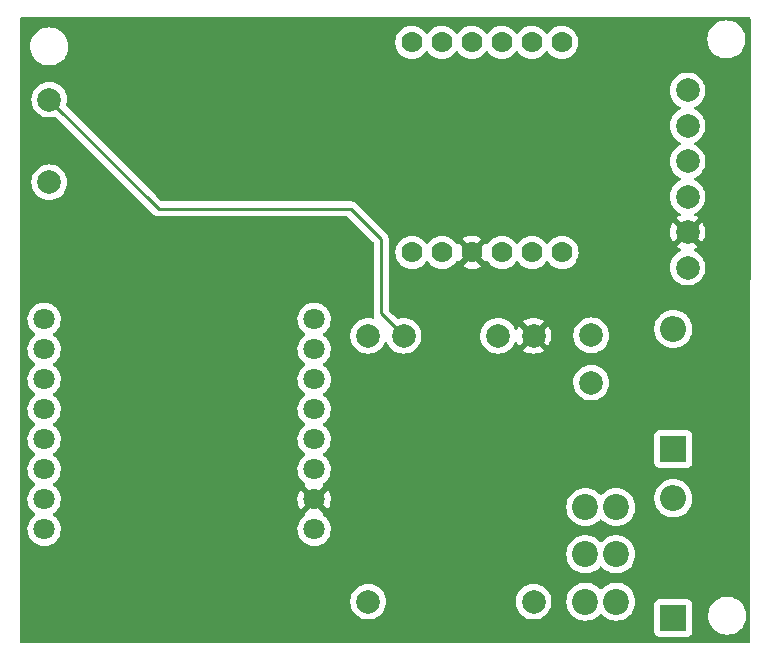
<source format=gbl>
G04 #@! TF.GenerationSoftware,KiCad,Pcbnew,(6.0.10)*
G04 #@! TF.CreationDate,2023-01-25T16:02:22-05:00*
G04 #@! TF.ProjectId,SlimeVRMotherBoardV2,536c696d-6556-4524-9d6f-74686572426f,V1.2*
G04 #@! TF.SameCoordinates,Original*
G04 #@! TF.FileFunction,Copper,L2,Bot*
G04 #@! TF.FilePolarity,Positive*
%FSLAX46Y46*%
G04 Gerber Fmt 4.6, Leading zero omitted, Abs format (unit mm)*
G04 Created by KiCad (PCBNEW (6.0.10)) date 2023-01-25 16:02:22*
%MOMM*%
%LPD*%
G01*
G04 APERTURE LIST*
G04 #@! TA.AperFunction,ComponentPad*
%ADD10C,1.800000*%
G04 #@! TD*
G04 #@! TA.AperFunction,ComponentPad*
%ADD11C,2.000000*%
G04 #@! TD*
G04 #@! TA.AperFunction,ComponentPad*
%ADD12R,2.200000X2.200000*%
G04 #@! TD*
G04 #@! TA.AperFunction,ComponentPad*
%ADD13O,2.200000X2.200000*%
G04 #@! TD*
G04 #@! TA.AperFunction,ComponentPad*
%ADD14C,1.778000*%
G04 #@! TD*
G04 #@! TA.AperFunction,ComponentPad*
%ADD15C,2.200000*%
G04 #@! TD*
G04 #@! TA.AperFunction,Conductor*
%ADD16C,0.250000*%
G04 #@! TD*
G04 APERTURE END LIST*
D10*
X136570000Y-121110000D03*
X136570000Y-123650000D03*
X136570000Y-126190000D03*
X136570000Y-128730000D03*
X136570000Y-131270000D03*
X136570000Y-133810000D03*
X136570000Y-136350000D03*
X136570000Y-138890000D03*
X159430000Y-138890000D03*
X159430000Y-136350000D03*
X159430000Y-133810000D03*
X159430000Y-131270000D03*
X159430000Y-128730000D03*
X159430000Y-126190000D03*
X159430000Y-123650000D03*
X159430000Y-121110000D03*
D11*
X191040000Y-104720000D03*
X191040000Y-113720000D03*
X191040000Y-107720000D03*
X191040000Y-110720000D03*
X191040000Y-116720000D03*
X191040000Y-101720000D03*
X182880000Y-126460000D03*
X182880000Y-122460000D03*
X137000000Y-102500000D03*
X137000000Y-109500000D03*
D12*
X189837550Y-132080000D03*
D13*
X189837550Y-121920000D03*
D14*
X167709610Y-115436639D03*
X172789610Y-115436639D03*
X175329610Y-115436639D03*
X177869610Y-115436639D03*
X170249610Y-115436639D03*
X180409610Y-115436639D03*
D11*
X164000000Y-122500000D03*
X167000000Y-122500000D03*
X175000000Y-122500000D03*
X178000000Y-122500000D03*
X164000000Y-145000000D03*
X178000000Y-145000000D03*
D12*
X189837550Y-146405602D03*
D13*
X189837550Y-136245602D03*
D15*
X182400000Y-141000000D03*
X182400000Y-137000000D03*
X182400000Y-145000000D03*
X185000000Y-137000000D03*
X185000000Y-145000000D03*
X185000000Y-141000000D03*
D14*
X167699610Y-97656639D03*
X170239610Y-97656639D03*
X172779610Y-97656639D03*
X175319610Y-97656639D03*
X177859610Y-97656639D03*
X180399610Y-97656639D03*
D16*
X146260000Y-111760000D02*
X162560000Y-111760000D01*
X162560000Y-111760000D02*
X165100000Y-114300000D01*
X165100000Y-114300000D02*
X165100000Y-120600000D01*
X165100000Y-120600000D02*
X167000000Y-122500000D01*
X137000000Y-102500000D02*
X146260000Y-111760000D01*
G04 #@! TA.AperFunction,Conductor*
G36*
X196319246Y-95528502D02*
G01*
X196365739Y-95582158D01*
X196377125Y-95634624D01*
X196332793Y-140263278D01*
X196324744Y-148365625D01*
X196304674Y-148433726D01*
X196250972Y-148480166D01*
X196198744Y-148491500D01*
X134634500Y-148491500D01*
X134566379Y-148471498D01*
X134519886Y-148417842D01*
X134508500Y-148365500D01*
X134508500Y-147553736D01*
X188229050Y-147553736D01*
X188235805Y-147615918D01*
X188286935Y-147752307D01*
X188374289Y-147868863D01*
X188490845Y-147956217D01*
X188627234Y-148007347D01*
X188689416Y-148014102D01*
X190985684Y-148014102D01*
X191047866Y-148007347D01*
X191184255Y-147956217D01*
X191300811Y-147868863D01*
X191388165Y-147752307D01*
X191439295Y-147615918D01*
X191446050Y-147553736D01*
X191446050Y-146190294D01*
X192788362Y-146190294D01*
X192808227Y-146442697D01*
X192809381Y-146447504D01*
X192809382Y-146447510D01*
X192829813Y-146532611D01*
X192867331Y-146688885D01*
X192869224Y-146693456D01*
X192869225Y-146693458D01*
X192897467Y-146761639D01*
X192964220Y-146922796D01*
X193096508Y-147138670D01*
X193260938Y-147331192D01*
X193453460Y-147495622D01*
X193669334Y-147627910D01*
X193673904Y-147629803D01*
X193673908Y-147629805D01*
X193898672Y-147722905D01*
X193903245Y-147724799D01*
X193982803Y-147743899D01*
X194144620Y-147782748D01*
X194144626Y-147782749D01*
X194149433Y-147783903D01*
X194401836Y-147803768D01*
X194654239Y-147783903D01*
X194659046Y-147782749D01*
X194659052Y-147782748D01*
X194820869Y-147743899D01*
X194900427Y-147724799D01*
X194905000Y-147722905D01*
X195129764Y-147629805D01*
X195129768Y-147629803D01*
X195134338Y-147627910D01*
X195350212Y-147495622D01*
X195542734Y-147331192D01*
X195707164Y-147138670D01*
X195839452Y-146922796D01*
X195906206Y-146761639D01*
X195934447Y-146693458D01*
X195934448Y-146693456D01*
X195936341Y-146688885D01*
X195973859Y-146532611D01*
X195994290Y-146447510D01*
X195994291Y-146447504D01*
X195995445Y-146442697D01*
X196015310Y-146190294D01*
X195995445Y-145937891D01*
X195985039Y-145894544D01*
X195937496Y-145696515D01*
X195936341Y-145691703D01*
X195930682Y-145678040D01*
X195841347Y-145462366D01*
X195841345Y-145462362D01*
X195839452Y-145457792D01*
X195707164Y-145241918D01*
X195542734Y-145049396D01*
X195350212Y-144884966D01*
X195134338Y-144752678D01*
X195129768Y-144750785D01*
X195129764Y-144750783D01*
X194905000Y-144657683D01*
X194904998Y-144657682D01*
X194900427Y-144655789D01*
X194815804Y-144635473D01*
X194659052Y-144597840D01*
X194659046Y-144597839D01*
X194654239Y-144596685D01*
X194401836Y-144576820D01*
X194149433Y-144596685D01*
X194144626Y-144597839D01*
X194144620Y-144597840D01*
X193987868Y-144635473D01*
X193903245Y-144655789D01*
X193898674Y-144657682D01*
X193898672Y-144657683D01*
X193673908Y-144750783D01*
X193673904Y-144750785D01*
X193669334Y-144752678D01*
X193453460Y-144884966D01*
X193260938Y-145049396D01*
X193096508Y-145241918D01*
X192964220Y-145457792D01*
X192962327Y-145462362D01*
X192962325Y-145462366D01*
X192872990Y-145678040D01*
X192867331Y-145691703D01*
X192866176Y-145696515D01*
X192818634Y-145894544D01*
X192808227Y-145937891D01*
X192788362Y-146190294D01*
X191446050Y-146190294D01*
X191446050Y-145257468D01*
X191439295Y-145195286D01*
X191388165Y-145058897D01*
X191300811Y-144942341D01*
X191184255Y-144854987D01*
X191047866Y-144803857D01*
X190985684Y-144797102D01*
X188689416Y-144797102D01*
X188627234Y-144803857D01*
X188490845Y-144854987D01*
X188374289Y-144942341D01*
X188286935Y-145058897D01*
X188235805Y-145195286D01*
X188229050Y-145257468D01*
X188229050Y-147553736D01*
X134508500Y-147553736D01*
X134508500Y-145000000D01*
X162486835Y-145000000D01*
X162505465Y-145236711D01*
X162506619Y-145241518D01*
X162506620Y-145241524D01*
X162541640Y-145387391D01*
X162560895Y-145467594D01*
X162651760Y-145686963D01*
X162654346Y-145691183D01*
X162773241Y-145885202D01*
X162773245Y-145885208D01*
X162775824Y-145889416D01*
X162930031Y-146069969D01*
X163110584Y-146224176D01*
X163114792Y-146226755D01*
X163114798Y-146226759D01*
X163305114Y-146343385D01*
X163313037Y-146348240D01*
X163317607Y-146350133D01*
X163317611Y-146350135D01*
X163522568Y-146435030D01*
X163532406Y-146439105D01*
X163612609Y-146458360D01*
X163758476Y-146493380D01*
X163758482Y-146493381D01*
X163763289Y-146494535D01*
X164000000Y-146513165D01*
X164236711Y-146494535D01*
X164241518Y-146493381D01*
X164241524Y-146493380D01*
X164387391Y-146458360D01*
X164467594Y-146439105D01*
X164477432Y-146435030D01*
X164682389Y-146350135D01*
X164682393Y-146350133D01*
X164686963Y-146348240D01*
X164694886Y-146343385D01*
X164885202Y-146226759D01*
X164885208Y-146226755D01*
X164889416Y-146224176D01*
X165069969Y-146069969D01*
X165224176Y-145889416D01*
X165226755Y-145885208D01*
X165226759Y-145885202D01*
X165345654Y-145691183D01*
X165348240Y-145686963D01*
X165439105Y-145467594D01*
X165458360Y-145387391D01*
X165493380Y-145241524D01*
X165493381Y-145241518D01*
X165494535Y-145236711D01*
X165513165Y-145000000D01*
X176486835Y-145000000D01*
X176505465Y-145236711D01*
X176506619Y-145241518D01*
X176506620Y-145241524D01*
X176541640Y-145387391D01*
X176560895Y-145467594D01*
X176651760Y-145686963D01*
X176654346Y-145691183D01*
X176773241Y-145885202D01*
X176773245Y-145885208D01*
X176775824Y-145889416D01*
X176930031Y-146069969D01*
X177110584Y-146224176D01*
X177114792Y-146226755D01*
X177114798Y-146226759D01*
X177305114Y-146343385D01*
X177313037Y-146348240D01*
X177317607Y-146350133D01*
X177317611Y-146350135D01*
X177522568Y-146435030D01*
X177532406Y-146439105D01*
X177612609Y-146458360D01*
X177758476Y-146493380D01*
X177758482Y-146493381D01*
X177763289Y-146494535D01*
X178000000Y-146513165D01*
X178236711Y-146494535D01*
X178241518Y-146493381D01*
X178241524Y-146493380D01*
X178387391Y-146458360D01*
X178467594Y-146439105D01*
X178477432Y-146435030D01*
X178682389Y-146350135D01*
X178682393Y-146350133D01*
X178686963Y-146348240D01*
X178694886Y-146343385D01*
X178885202Y-146226759D01*
X178885208Y-146226755D01*
X178889416Y-146224176D01*
X179069969Y-146069969D01*
X179224176Y-145889416D01*
X179226755Y-145885208D01*
X179226759Y-145885202D01*
X179345654Y-145691183D01*
X179348240Y-145686963D01*
X179439105Y-145467594D01*
X179458360Y-145387391D01*
X179493380Y-145241524D01*
X179493381Y-145241518D01*
X179494535Y-145236711D01*
X179513165Y-145000000D01*
X180786526Y-145000000D01*
X180806391Y-145252403D01*
X180865495Y-145498591D01*
X180867388Y-145503162D01*
X180867389Y-145503164D01*
X180947478Y-145696515D01*
X180962384Y-145732502D01*
X181094672Y-145948376D01*
X181259102Y-146140898D01*
X181451624Y-146305328D01*
X181667498Y-146437616D01*
X181672068Y-146439509D01*
X181672072Y-146439511D01*
X181896836Y-146532611D01*
X181901409Y-146534505D01*
X181986032Y-146554821D01*
X182142784Y-146592454D01*
X182142790Y-146592455D01*
X182147597Y-146593609D01*
X182400000Y-146613474D01*
X182652403Y-146593609D01*
X182657210Y-146592455D01*
X182657216Y-146592454D01*
X182813968Y-146554821D01*
X182898591Y-146534505D01*
X182903164Y-146532611D01*
X183127928Y-146439511D01*
X183127932Y-146439509D01*
X183132502Y-146437616D01*
X183348376Y-146305328D01*
X183540898Y-146140898D01*
X183604189Y-146066794D01*
X183663640Y-146027985D01*
X183734634Y-146027479D01*
X183795811Y-146066794D01*
X183859102Y-146140898D01*
X184051624Y-146305328D01*
X184267498Y-146437616D01*
X184272068Y-146439509D01*
X184272072Y-146439511D01*
X184496836Y-146532611D01*
X184501409Y-146534505D01*
X184586032Y-146554821D01*
X184742784Y-146592454D01*
X184742790Y-146592455D01*
X184747597Y-146593609D01*
X185000000Y-146613474D01*
X185252403Y-146593609D01*
X185257210Y-146592455D01*
X185257216Y-146592454D01*
X185413968Y-146554821D01*
X185498591Y-146534505D01*
X185503164Y-146532611D01*
X185727928Y-146439511D01*
X185727932Y-146439509D01*
X185732502Y-146437616D01*
X185948376Y-146305328D01*
X186140898Y-146140898D01*
X186305328Y-145948376D01*
X186437616Y-145732502D01*
X186452523Y-145696515D01*
X186532611Y-145503164D01*
X186532612Y-145503162D01*
X186534505Y-145498591D01*
X186593609Y-145252403D01*
X186613474Y-145000000D01*
X186593609Y-144747597D01*
X186534505Y-144501409D01*
X186532611Y-144496836D01*
X186439511Y-144272072D01*
X186439509Y-144272068D01*
X186437616Y-144267498D01*
X186305328Y-144051624D01*
X186140898Y-143859102D01*
X185948376Y-143694672D01*
X185732502Y-143562384D01*
X185727932Y-143560491D01*
X185727928Y-143560489D01*
X185503164Y-143467389D01*
X185503162Y-143467388D01*
X185498591Y-143465495D01*
X185413968Y-143445179D01*
X185257216Y-143407546D01*
X185257210Y-143407545D01*
X185252403Y-143406391D01*
X185000000Y-143386526D01*
X184747597Y-143406391D01*
X184742790Y-143407545D01*
X184742784Y-143407546D01*
X184586032Y-143445179D01*
X184501409Y-143465495D01*
X184496838Y-143467388D01*
X184496836Y-143467389D01*
X184272072Y-143560489D01*
X184272068Y-143560491D01*
X184267498Y-143562384D01*
X184051624Y-143694672D01*
X183859102Y-143859102D01*
X183855894Y-143862858D01*
X183795811Y-143933206D01*
X183736360Y-143972015D01*
X183665366Y-143972521D01*
X183604189Y-143933206D01*
X183544106Y-143862858D01*
X183540898Y-143859102D01*
X183348376Y-143694672D01*
X183132502Y-143562384D01*
X183127932Y-143560491D01*
X183127928Y-143560489D01*
X182903164Y-143467389D01*
X182903162Y-143467388D01*
X182898591Y-143465495D01*
X182813968Y-143445179D01*
X182657216Y-143407546D01*
X182657210Y-143407545D01*
X182652403Y-143406391D01*
X182400000Y-143386526D01*
X182147597Y-143406391D01*
X182142790Y-143407545D01*
X182142784Y-143407546D01*
X181986032Y-143445179D01*
X181901409Y-143465495D01*
X181896838Y-143467388D01*
X181896836Y-143467389D01*
X181672072Y-143560489D01*
X181672068Y-143560491D01*
X181667498Y-143562384D01*
X181451624Y-143694672D01*
X181259102Y-143859102D01*
X181094672Y-144051624D01*
X180962384Y-144267498D01*
X180960491Y-144272068D01*
X180960489Y-144272072D01*
X180867389Y-144496836D01*
X180865495Y-144501409D01*
X180806391Y-144747597D01*
X180786526Y-145000000D01*
X179513165Y-145000000D01*
X179494535Y-144763289D01*
X179492609Y-144755264D01*
X179440260Y-144537218D01*
X179439105Y-144532406D01*
X179348240Y-144313037D01*
X179345654Y-144308817D01*
X179226759Y-144114798D01*
X179226755Y-144114792D01*
X179224176Y-144110584D01*
X179069969Y-143930031D01*
X178889416Y-143775824D01*
X178885208Y-143773245D01*
X178885202Y-143773241D01*
X178691183Y-143654346D01*
X178686963Y-143651760D01*
X178682393Y-143649867D01*
X178682389Y-143649865D01*
X178472167Y-143562789D01*
X178472165Y-143562788D01*
X178467594Y-143560895D01*
X178387391Y-143541640D01*
X178241524Y-143506620D01*
X178241518Y-143506619D01*
X178236711Y-143505465D01*
X178000000Y-143486835D01*
X177763289Y-143505465D01*
X177758482Y-143506619D01*
X177758476Y-143506620D01*
X177612609Y-143541640D01*
X177532406Y-143560895D01*
X177527835Y-143562788D01*
X177527833Y-143562789D01*
X177317611Y-143649865D01*
X177317607Y-143649867D01*
X177313037Y-143651760D01*
X177308817Y-143654346D01*
X177114798Y-143773241D01*
X177114792Y-143773245D01*
X177110584Y-143775824D01*
X176930031Y-143930031D01*
X176775824Y-144110584D01*
X176773245Y-144114792D01*
X176773241Y-144114798D01*
X176654346Y-144308817D01*
X176651760Y-144313037D01*
X176560895Y-144532406D01*
X176559740Y-144537218D01*
X176507392Y-144755264D01*
X176505465Y-144763289D01*
X176486835Y-145000000D01*
X165513165Y-145000000D01*
X165494535Y-144763289D01*
X165492609Y-144755264D01*
X165440260Y-144537218D01*
X165439105Y-144532406D01*
X165348240Y-144313037D01*
X165345654Y-144308817D01*
X165226759Y-144114798D01*
X165226755Y-144114792D01*
X165224176Y-144110584D01*
X165069969Y-143930031D01*
X164889416Y-143775824D01*
X164885208Y-143773245D01*
X164885202Y-143773241D01*
X164691183Y-143654346D01*
X164686963Y-143651760D01*
X164682393Y-143649867D01*
X164682389Y-143649865D01*
X164472167Y-143562789D01*
X164472165Y-143562788D01*
X164467594Y-143560895D01*
X164387391Y-143541640D01*
X164241524Y-143506620D01*
X164241518Y-143506619D01*
X164236711Y-143505465D01*
X164000000Y-143486835D01*
X163763289Y-143505465D01*
X163758482Y-143506619D01*
X163758476Y-143506620D01*
X163612609Y-143541640D01*
X163532406Y-143560895D01*
X163527835Y-143562788D01*
X163527833Y-143562789D01*
X163317611Y-143649865D01*
X163317607Y-143649867D01*
X163313037Y-143651760D01*
X163308817Y-143654346D01*
X163114798Y-143773241D01*
X163114792Y-143773245D01*
X163110584Y-143775824D01*
X162930031Y-143930031D01*
X162775824Y-144110584D01*
X162773245Y-144114792D01*
X162773241Y-144114798D01*
X162654346Y-144308817D01*
X162651760Y-144313037D01*
X162560895Y-144532406D01*
X162559740Y-144537218D01*
X162507392Y-144755264D01*
X162505465Y-144763289D01*
X162486835Y-145000000D01*
X134508500Y-145000000D01*
X134508500Y-141000000D01*
X180786526Y-141000000D01*
X180806391Y-141252403D01*
X180865495Y-141498591D01*
X180962384Y-141732502D01*
X181094672Y-141948376D01*
X181259102Y-142140898D01*
X181451624Y-142305328D01*
X181667498Y-142437616D01*
X181672068Y-142439509D01*
X181672072Y-142439511D01*
X181896836Y-142532611D01*
X181901409Y-142534505D01*
X181986032Y-142554821D01*
X182142784Y-142592454D01*
X182142790Y-142592455D01*
X182147597Y-142593609D01*
X182400000Y-142613474D01*
X182652403Y-142593609D01*
X182657210Y-142592455D01*
X182657216Y-142592454D01*
X182813968Y-142554821D01*
X182898591Y-142534505D01*
X182903164Y-142532611D01*
X183127928Y-142439511D01*
X183127932Y-142439509D01*
X183132502Y-142437616D01*
X183348376Y-142305328D01*
X183540898Y-142140898D01*
X183604189Y-142066794D01*
X183663640Y-142027985D01*
X183734634Y-142027479D01*
X183795811Y-142066794D01*
X183859102Y-142140898D01*
X184051624Y-142305328D01*
X184267498Y-142437616D01*
X184272068Y-142439509D01*
X184272072Y-142439511D01*
X184496836Y-142532611D01*
X184501409Y-142534505D01*
X184586032Y-142554821D01*
X184742784Y-142592454D01*
X184742790Y-142592455D01*
X184747597Y-142593609D01*
X185000000Y-142613474D01*
X185252403Y-142593609D01*
X185257210Y-142592455D01*
X185257216Y-142592454D01*
X185413968Y-142554821D01*
X185498591Y-142534505D01*
X185503164Y-142532611D01*
X185727928Y-142439511D01*
X185727932Y-142439509D01*
X185732502Y-142437616D01*
X185948376Y-142305328D01*
X186140898Y-142140898D01*
X186305328Y-141948376D01*
X186437616Y-141732502D01*
X186534505Y-141498591D01*
X186593609Y-141252403D01*
X186613474Y-141000000D01*
X186593609Y-140747597D01*
X186534505Y-140501409D01*
X186532611Y-140496836D01*
X186439511Y-140272072D01*
X186439509Y-140272068D01*
X186437616Y-140267498D01*
X186305328Y-140051624D01*
X186140898Y-139859102D01*
X185948376Y-139694672D01*
X185732502Y-139562384D01*
X185727932Y-139560491D01*
X185727928Y-139560489D01*
X185503164Y-139467389D01*
X185503162Y-139467388D01*
X185498591Y-139465495D01*
X185413968Y-139445179D01*
X185257216Y-139407546D01*
X185257210Y-139407545D01*
X185252403Y-139406391D01*
X185000000Y-139386526D01*
X184747597Y-139406391D01*
X184742790Y-139407545D01*
X184742784Y-139407546D01*
X184586032Y-139445179D01*
X184501409Y-139465495D01*
X184496838Y-139467388D01*
X184496836Y-139467389D01*
X184272072Y-139560489D01*
X184272068Y-139560491D01*
X184267498Y-139562384D01*
X184051624Y-139694672D01*
X183859102Y-139859102D01*
X183855894Y-139862858D01*
X183795811Y-139933206D01*
X183736360Y-139972015D01*
X183665366Y-139972521D01*
X183604189Y-139933206D01*
X183544106Y-139862858D01*
X183540898Y-139859102D01*
X183348376Y-139694672D01*
X183132502Y-139562384D01*
X183127932Y-139560491D01*
X183127928Y-139560489D01*
X182903164Y-139467389D01*
X182903162Y-139467388D01*
X182898591Y-139465495D01*
X182813968Y-139445179D01*
X182657216Y-139407546D01*
X182657210Y-139407545D01*
X182652403Y-139406391D01*
X182400000Y-139386526D01*
X182147597Y-139406391D01*
X182142790Y-139407545D01*
X182142784Y-139407546D01*
X181986032Y-139445179D01*
X181901409Y-139465495D01*
X181896838Y-139467388D01*
X181896836Y-139467389D01*
X181672072Y-139560489D01*
X181672068Y-139560491D01*
X181667498Y-139562384D01*
X181451624Y-139694672D01*
X181259102Y-139859102D01*
X181094672Y-140051624D01*
X180962384Y-140267498D01*
X180960491Y-140272068D01*
X180960489Y-140272072D01*
X180867389Y-140496836D01*
X180865495Y-140501409D01*
X180806391Y-140747597D01*
X180786526Y-141000000D01*
X134508500Y-141000000D01*
X134508500Y-138855469D01*
X135157095Y-138855469D01*
X135157392Y-138860622D01*
X135157392Y-138860625D01*
X135163067Y-138959041D01*
X135170427Y-139086697D01*
X135171564Y-139091743D01*
X135171565Y-139091749D01*
X135203741Y-139234523D01*
X135221346Y-139312642D01*
X135223288Y-139317424D01*
X135223289Y-139317428D01*
X135282944Y-139464340D01*
X135308484Y-139527237D01*
X135429501Y-139724719D01*
X135581147Y-139899784D01*
X135759349Y-140047730D01*
X135959322Y-140164584D01*
X136175694Y-140247209D01*
X136180760Y-140248240D01*
X136180761Y-140248240D01*
X136233846Y-140259040D01*
X136402656Y-140293385D01*
X136533324Y-140298176D01*
X136628949Y-140301683D01*
X136628953Y-140301683D01*
X136634113Y-140301872D01*
X136639233Y-140301216D01*
X136639235Y-140301216D01*
X136712270Y-140291860D01*
X136863847Y-140272442D01*
X136868795Y-140270957D01*
X136868802Y-140270956D01*
X137080747Y-140207369D01*
X137085690Y-140205886D01*
X137166236Y-140166427D01*
X137289049Y-140106262D01*
X137289052Y-140106260D01*
X137293684Y-140103991D01*
X137482243Y-139969494D01*
X137646303Y-139806005D01*
X137781458Y-139617917D01*
X137828641Y-139522450D01*
X137881784Y-139414922D01*
X137881785Y-139414920D01*
X137884078Y-139410280D01*
X137951408Y-139188671D01*
X137981640Y-138959041D01*
X137983327Y-138890000D01*
X137980488Y-138855469D01*
X158017095Y-138855469D01*
X158017392Y-138860622D01*
X158017392Y-138860625D01*
X158023067Y-138959041D01*
X158030427Y-139086697D01*
X158031564Y-139091743D01*
X158031565Y-139091749D01*
X158063741Y-139234523D01*
X158081346Y-139312642D01*
X158083288Y-139317424D01*
X158083289Y-139317428D01*
X158142944Y-139464340D01*
X158168484Y-139527237D01*
X158289501Y-139724719D01*
X158441147Y-139899784D01*
X158619349Y-140047730D01*
X158819322Y-140164584D01*
X159035694Y-140247209D01*
X159040760Y-140248240D01*
X159040761Y-140248240D01*
X159093846Y-140259040D01*
X159262656Y-140293385D01*
X159393324Y-140298176D01*
X159488949Y-140301683D01*
X159488953Y-140301683D01*
X159494113Y-140301872D01*
X159499233Y-140301216D01*
X159499235Y-140301216D01*
X159572270Y-140291860D01*
X159723847Y-140272442D01*
X159728795Y-140270957D01*
X159728802Y-140270956D01*
X159940747Y-140207369D01*
X159945690Y-140205886D01*
X160026236Y-140166427D01*
X160149049Y-140106262D01*
X160149052Y-140106260D01*
X160153684Y-140103991D01*
X160342243Y-139969494D01*
X160506303Y-139806005D01*
X160641458Y-139617917D01*
X160688641Y-139522450D01*
X160741784Y-139414922D01*
X160741785Y-139414920D01*
X160744078Y-139410280D01*
X160811408Y-139188671D01*
X160841640Y-138959041D01*
X160843327Y-138890000D01*
X160837032Y-138813434D01*
X160824773Y-138664318D01*
X160824772Y-138664312D01*
X160824349Y-138659167D01*
X160767925Y-138434533D01*
X160765866Y-138429797D01*
X160677630Y-138226868D01*
X160677628Y-138226865D01*
X160675570Y-138222131D01*
X160549764Y-138027665D01*
X160393887Y-137856358D01*
X160389836Y-137853159D01*
X160389832Y-137853155D01*
X160216669Y-137716400D01*
X160175606Y-137658483D01*
X160172374Y-137587560D01*
X160207999Y-137526148D01*
X160213487Y-137521623D01*
X160223497Y-137508874D01*
X160216510Y-137495721D01*
X159442811Y-136722021D01*
X159428868Y-136714408D01*
X159427034Y-136714539D01*
X159420420Y-136718790D01*
X158640180Y-137499031D01*
X158633423Y-137511406D01*
X158652730Y-137537197D01*
X158652040Y-137537713D01*
X158676627Y-137563737D01*
X158689743Y-137633511D01*
X158663055Y-137699300D01*
X158640023Y-137721719D01*
X158562258Y-137780107D01*
X158491655Y-137833117D01*
X158331639Y-138000564D01*
X158328725Y-138004836D01*
X158328724Y-138004837D01*
X158313279Y-138027479D01*
X158201119Y-138191899D01*
X158103602Y-138401981D01*
X158041707Y-138625169D01*
X158017095Y-138855469D01*
X137980488Y-138855469D01*
X137977032Y-138813434D01*
X137964773Y-138664318D01*
X137964772Y-138664312D01*
X137964349Y-138659167D01*
X137907925Y-138434533D01*
X137905866Y-138429797D01*
X137817630Y-138226868D01*
X137817628Y-138226865D01*
X137815570Y-138222131D01*
X137689764Y-138027665D01*
X137533887Y-137856358D01*
X137529836Y-137853159D01*
X137529832Y-137853155D01*
X137357077Y-137716722D01*
X137316014Y-137658805D01*
X137312782Y-137587882D01*
X137348407Y-137526470D01*
X137362001Y-137515261D01*
X137367406Y-137511406D01*
X137482243Y-137429494D01*
X137646303Y-137266005D01*
X137659623Y-137247469D01*
X137671588Y-137230817D01*
X137781458Y-137077917D01*
X137783879Y-137073020D01*
X137881784Y-136874922D01*
X137881785Y-136874920D01*
X137884078Y-136870280D01*
X137951408Y-136648671D01*
X137981640Y-136419041D01*
X137983327Y-136350000D01*
X137980913Y-136320638D01*
X158017893Y-136320638D01*
X158030627Y-136541468D01*
X158032061Y-136551670D01*
X158080685Y-136767439D01*
X158083773Y-136777292D01*
X158166986Y-136982220D01*
X158171634Y-136991421D01*
X158260097Y-137135781D01*
X158270553Y-137145242D01*
X158279331Y-137141458D01*
X159057979Y-136362811D01*
X159064356Y-136351132D01*
X159794408Y-136351132D01*
X159794539Y-136352966D01*
X159798790Y-136359580D01*
X160576307Y-137137096D01*
X160588313Y-137143652D01*
X160600052Y-137134684D01*
X160638010Y-137081859D01*
X160643321Y-137073020D01*
X160679410Y-137000000D01*
X180786526Y-137000000D01*
X180806391Y-137252403D01*
X180807545Y-137257210D01*
X180807546Y-137257216D01*
X180839355Y-137389708D01*
X180865495Y-137498591D01*
X180867388Y-137503162D01*
X180867389Y-137503164D01*
X180958053Y-137722045D01*
X180962384Y-137732502D01*
X181094672Y-137948376D01*
X181259102Y-138140898D01*
X181451624Y-138305328D01*
X181667498Y-138437616D01*
X181672068Y-138439509D01*
X181672072Y-138439511D01*
X181896836Y-138532611D01*
X181901409Y-138534505D01*
X181986032Y-138554821D01*
X182142784Y-138592454D01*
X182142790Y-138592455D01*
X182147597Y-138593609D01*
X182400000Y-138613474D01*
X182652403Y-138593609D01*
X182657210Y-138592455D01*
X182657216Y-138592454D01*
X182813968Y-138554821D01*
X182898591Y-138534505D01*
X182903164Y-138532611D01*
X183127928Y-138439511D01*
X183127932Y-138439509D01*
X183132502Y-138437616D01*
X183348376Y-138305328D01*
X183540898Y-138140898D01*
X183604189Y-138066794D01*
X183663640Y-138027985D01*
X183734634Y-138027479D01*
X183795811Y-138066794D01*
X183859102Y-138140898D01*
X184051624Y-138305328D01*
X184267498Y-138437616D01*
X184272068Y-138439509D01*
X184272072Y-138439511D01*
X184496836Y-138532611D01*
X184501409Y-138534505D01*
X184586032Y-138554821D01*
X184742784Y-138592454D01*
X184742790Y-138592455D01*
X184747597Y-138593609D01*
X185000000Y-138613474D01*
X185252403Y-138593609D01*
X185257210Y-138592455D01*
X185257216Y-138592454D01*
X185413968Y-138554821D01*
X185498591Y-138534505D01*
X185503164Y-138532611D01*
X185727928Y-138439511D01*
X185727932Y-138439509D01*
X185732502Y-138437616D01*
X185948376Y-138305328D01*
X186140898Y-138140898D01*
X186305328Y-137948376D01*
X186437616Y-137732502D01*
X186441948Y-137722045D01*
X186532611Y-137503164D01*
X186532612Y-137503162D01*
X186534505Y-137498591D01*
X186560645Y-137389708D01*
X186592454Y-137257216D01*
X186592455Y-137257210D01*
X186593609Y-137252403D01*
X186613474Y-137000000D01*
X186593609Y-136747597D01*
X186586694Y-136718790D01*
X186546571Y-136551670D01*
X186534505Y-136501409D01*
X186531051Y-136493071D01*
X186439511Y-136272072D01*
X186439509Y-136272068D01*
X186437616Y-136267498D01*
X186424198Y-136245602D01*
X188224076Y-136245602D01*
X188243941Y-136498005D01*
X188245095Y-136502812D01*
X188245096Y-136502818D01*
X188280112Y-136648671D01*
X188303045Y-136744193D01*
X188304938Y-136748764D01*
X188304939Y-136748766D01*
X188357195Y-136874922D01*
X188399934Y-136978104D01*
X188532222Y-137193978D01*
X188696652Y-137386500D01*
X188889174Y-137550930D01*
X189105048Y-137683218D01*
X189109618Y-137685111D01*
X189109622Y-137685113D01*
X189224030Y-137732502D01*
X189338959Y-137780107D01*
X189423582Y-137800423D01*
X189580334Y-137838056D01*
X189580340Y-137838057D01*
X189585147Y-137839211D01*
X189837550Y-137859076D01*
X190089953Y-137839211D01*
X190094760Y-137838057D01*
X190094766Y-137838056D01*
X190251518Y-137800423D01*
X190336141Y-137780107D01*
X190451070Y-137732502D01*
X190565478Y-137685113D01*
X190565482Y-137685111D01*
X190570052Y-137683218D01*
X190785926Y-137550930D01*
X190978448Y-137386500D01*
X191142878Y-137193978D01*
X191275166Y-136978104D01*
X191317906Y-136874922D01*
X191370161Y-136748766D01*
X191370162Y-136748764D01*
X191372055Y-136744193D01*
X191394988Y-136648671D01*
X191430004Y-136502818D01*
X191430005Y-136502812D01*
X191431159Y-136498005D01*
X191451024Y-136245602D01*
X191431159Y-135993199D01*
X191429302Y-135985461D01*
X191373210Y-135751823D01*
X191372055Y-135747011D01*
X191334600Y-135656587D01*
X191277061Y-135517674D01*
X191277059Y-135517670D01*
X191275166Y-135513100D01*
X191142878Y-135297226D01*
X190978448Y-135104704D01*
X190785926Y-134940274D01*
X190570052Y-134807986D01*
X190565482Y-134806093D01*
X190565478Y-134806091D01*
X190340714Y-134712991D01*
X190340712Y-134712990D01*
X190336141Y-134711097D01*
X190251518Y-134690781D01*
X190094766Y-134653148D01*
X190094760Y-134653147D01*
X190089953Y-134651993D01*
X189837550Y-134632128D01*
X189585147Y-134651993D01*
X189580340Y-134653147D01*
X189580334Y-134653148D01*
X189423582Y-134690781D01*
X189338959Y-134711097D01*
X189334388Y-134712990D01*
X189334386Y-134712991D01*
X189109622Y-134806091D01*
X189109618Y-134806093D01*
X189105048Y-134807986D01*
X188889174Y-134940274D01*
X188696652Y-135104704D01*
X188532222Y-135297226D01*
X188399934Y-135513100D01*
X188398041Y-135517670D01*
X188398039Y-135517674D01*
X188340500Y-135656587D01*
X188303045Y-135747011D01*
X188301890Y-135751823D01*
X188245799Y-135985461D01*
X188243941Y-135993199D01*
X188224076Y-136245602D01*
X186424198Y-136245602D01*
X186305328Y-136051624D01*
X186140898Y-135859102D01*
X185948376Y-135694672D01*
X185732502Y-135562384D01*
X185727932Y-135560491D01*
X185727928Y-135560489D01*
X185503164Y-135467389D01*
X185503162Y-135467388D01*
X185498591Y-135465495D01*
X185413968Y-135445179D01*
X185257216Y-135407546D01*
X185257210Y-135407545D01*
X185252403Y-135406391D01*
X185000000Y-135386526D01*
X184747597Y-135406391D01*
X184742790Y-135407545D01*
X184742784Y-135407546D01*
X184586032Y-135445179D01*
X184501409Y-135465495D01*
X184496838Y-135467388D01*
X184496836Y-135467389D01*
X184272072Y-135560489D01*
X184272068Y-135560491D01*
X184267498Y-135562384D01*
X184051624Y-135694672D01*
X183859102Y-135859102D01*
X183855894Y-135862858D01*
X183795811Y-135933206D01*
X183736360Y-135972015D01*
X183665366Y-135972521D01*
X183604189Y-135933206D01*
X183544106Y-135862858D01*
X183540898Y-135859102D01*
X183348376Y-135694672D01*
X183132502Y-135562384D01*
X183127932Y-135560491D01*
X183127928Y-135560489D01*
X182903164Y-135467389D01*
X182903162Y-135467388D01*
X182898591Y-135465495D01*
X182813968Y-135445179D01*
X182657216Y-135407546D01*
X182657210Y-135407545D01*
X182652403Y-135406391D01*
X182400000Y-135386526D01*
X182147597Y-135406391D01*
X182142790Y-135407545D01*
X182142784Y-135407546D01*
X181986032Y-135445179D01*
X181901409Y-135465495D01*
X181896838Y-135467388D01*
X181896836Y-135467389D01*
X181672072Y-135560489D01*
X181672068Y-135560491D01*
X181667498Y-135562384D01*
X181451624Y-135694672D01*
X181259102Y-135859102D01*
X181094672Y-136051624D01*
X180962384Y-136267498D01*
X180960491Y-136272068D01*
X180960489Y-136272072D01*
X180868949Y-136493071D01*
X180865495Y-136501409D01*
X180853429Y-136551670D01*
X180813307Y-136718790D01*
X180806391Y-136747597D01*
X180786526Y-137000000D01*
X160679410Y-137000000D01*
X160741318Y-136874737D01*
X160745117Y-136865142D01*
X160809415Y-136653517D01*
X160811594Y-136643436D01*
X160840702Y-136422338D01*
X160841221Y-136415663D01*
X160842744Y-136353364D01*
X160842550Y-136346646D01*
X160824279Y-136124400D01*
X160822596Y-136114238D01*
X160768710Y-135899708D01*
X160765389Y-135889953D01*
X160677193Y-135687118D01*
X160672315Y-135678020D01*
X160599224Y-135565038D01*
X160588538Y-135555835D01*
X160578973Y-135560238D01*
X159802021Y-136337189D01*
X159794408Y-136351132D01*
X159064356Y-136351132D01*
X159065592Y-136348868D01*
X159065461Y-136347034D01*
X159061210Y-136340420D01*
X158283862Y-135563073D01*
X158272330Y-135556776D01*
X158260048Y-135566399D01*
X158204467Y-135647877D01*
X158199379Y-135656833D01*
X158106252Y-135857459D01*
X158102689Y-135867146D01*
X158043581Y-136080280D01*
X158041650Y-136090400D01*
X158018145Y-136310349D01*
X158017893Y-136320638D01*
X137980913Y-136320638D01*
X137974339Y-136240672D01*
X137964773Y-136124318D01*
X137964772Y-136124312D01*
X137964349Y-136119167D01*
X137930797Y-135985592D01*
X137909184Y-135899544D01*
X137909183Y-135899540D01*
X137907925Y-135894533D01*
X137896017Y-135867146D01*
X137817630Y-135686868D01*
X137817628Y-135686865D01*
X137815570Y-135682131D01*
X137689764Y-135487665D01*
X137671315Y-135467389D01*
X137616861Y-135407546D01*
X137533887Y-135316358D01*
X137529836Y-135313159D01*
X137529832Y-135313155D01*
X137357077Y-135176722D01*
X137316014Y-135118805D01*
X137312782Y-135047882D01*
X137348407Y-134986470D01*
X137362001Y-134975261D01*
X137365872Y-134972500D01*
X137482243Y-134889494D01*
X137646303Y-134726005D01*
X137657016Y-134711097D01*
X137707875Y-134640318D01*
X137781458Y-134537917D01*
X137828641Y-134442450D01*
X137881784Y-134334922D01*
X137881785Y-134334920D01*
X137884078Y-134330280D01*
X137951408Y-134108671D01*
X137981640Y-133879041D01*
X137983327Y-133810000D01*
X137980488Y-133775469D01*
X158017095Y-133775469D01*
X158017392Y-133780622D01*
X158017392Y-133780625D01*
X158023067Y-133879041D01*
X158030427Y-134006697D01*
X158031564Y-134011743D01*
X158031565Y-134011749D01*
X158063741Y-134154523D01*
X158081346Y-134232642D01*
X158083288Y-134237424D01*
X158083289Y-134237428D01*
X158166540Y-134442450D01*
X158168484Y-134447237D01*
X158289501Y-134644719D01*
X158441147Y-134819784D01*
X158619349Y-134967730D01*
X158623814Y-134970339D01*
X158627979Y-134972773D01*
X158676700Y-135024414D01*
X158689767Y-135094198D01*
X158663033Y-135159968D01*
X158646323Y-135176221D01*
X158635508Y-135190711D01*
X158642251Y-135203040D01*
X159417189Y-135977979D01*
X159431132Y-135985592D01*
X159432966Y-135985461D01*
X159439580Y-135981210D01*
X160218994Y-135201795D01*
X160226011Y-135188944D01*
X160218237Y-135178275D01*
X160216655Y-135177025D01*
X160175592Y-135119109D01*
X160172359Y-135048186D01*
X160207983Y-134986774D01*
X160221578Y-134975563D01*
X160266550Y-134943485D01*
X160342243Y-134889494D01*
X160506303Y-134726005D01*
X160517016Y-134711097D01*
X160567875Y-134640318D01*
X160641458Y-134537917D01*
X160688641Y-134442450D01*
X160741784Y-134334922D01*
X160741785Y-134334920D01*
X160744078Y-134330280D01*
X160811408Y-134108671D01*
X160841640Y-133879041D01*
X160843327Y-133810000D01*
X160832853Y-133682598D01*
X160824773Y-133584318D01*
X160824772Y-133584312D01*
X160824349Y-133579167D01*
X160786053Y-133426705D01*
X160769184Y-133359544D01*
X160769183Y-133359540D01*
X160767925Y-133354533D01*
X160765866Y-133349797D01*
X160712965Y-133228134D01*
X188229050Y-133228134D01*
X188235805Y-133290316D01*
X188286935Y-133426705D01*
X188374289Y-133543261D01*
X188490845Y-133630615D01*
X188627234Y-133681745D01*
X188689416Y-133688500D01*
X190985684Y-133688500D01*
X191047866Y-133681745D01*
X191184255Y-133630615D01*
X191300811Y-133543261D01*
X191388165Y-133426705D01*
X191439295Y-133290316D01*
X191446050Y-133228134D01*
X191446050Y-130931866D01*
X191439295Y-130869684D01*
X191388165Y-130733295D01*
X191300811Y-130616739D01*
X191184255Y-130529385D01*
X191047866Y-130478255D01*
X190985684Y-130471500D01*
X188689416Y-130471500D01*
X188627234Y-130478255D01*
X188490845Y-130529385D01*
X188374289Y-130616739D01*
X188286935Y-130733295D01*
X188235805Y-130869684D01*
X188229050Y-130931866D01*
X188229050Y-133228134D01*
X160712965Y-133228134D01*
X160677630Y-133146868D01*
X160677628Y-133146865D01*
X160675570Y-133142131D01*
X160549764Y-132947665D01*
X160393887Y-132776358D01*
X160389836Y-132773159D01*
X160389832Y-132773155D01*
X160217077Y-132636722D01*
X160176014Y-132578805D01*
X160172782Y-132507882D01*
X160208407Y-132446470D01*
X160222001Y-132435261D01*
X160225872Y-132432500D01*
X160342243Y-132349494D01*
X160506303Y-132186005D01*
X160641458Y-131997917D01*
X160688641Y-131902450D01*
X160741784Y-131794922D01*
X160741785Y-131794920D01*
X160744078Y-131790280D01*
X160811408Y-131568671D01*
X160841640Y-131339041D01*
X160843327Y-131270000D01*
X160837032Y-131193434D01*
X160824773Y-131044318D01*
X160824772Y-131044312D01*
X160824349Y-131039167D01*
X160781778Y-130869684D01*
X160769184Y-130819544D01*
X160769183Y-130819540D01*
X160767925Y-130814533D01*
X160765866Y-130809797D01*
X160677630Y-130606868D01*
X160677628Y-130606865D01*
X160675570Y-130602131D01*
X160549764Y-130407665D01*
X160393887Y-130236358D01*
X160389836Y-130233159D01*
X160389832Y-130233155D01*
X160217077Y-130096722D01*
X160176014Y-130038805D01*
X160172782Y-129967882D01*
X160208407Y-129906470D01*
X160222001Y-129895261D01*
X160225872Y-129892500D01*
X160342243Y-129809494D01*
X160506303Y-129646005D01*
X160641458Y-129457917D01*
X160688641Y-129362450D01*
X160741784Y-129254922D01*
X160741785Y-129254920D01*
X160744078Y-129250280D01*
X160811408Y-129028671D01*
X160841640Y-128799041D01*
X160843327Y-128730000D01*
X160837032Y-128653434D01*
X160824773Y-128504318D01*
X160824772Y-128504312D01*
X160824349Y-128499167D01*
X160767925Y-128274533D01*
X160765866Y-128269797D01*
X160677630Y-128066868D01*
X160677628Y-128066865D01*
X160675570Y-128062131D01*
X160549764Y-127867665D01*
X160393887Y-127696358D01*
X160389836Y-127693159D01*
X160389832Y-127693155D01*
X160217077Y-127556722D01*
X160176014Y-127498805D01*
X160172782Y-127427882D01*
X160208407Y-127366470D01*
X160222001Y-127355261D01*
X160342243Y-127269494D01*
X160506303Y-127106005D01*
X160641458Y-126917917D01*
X160688641Y-126822450D01*
X160741784Y-126714922D01*
X160741785Y-126714920D01*
X160744078Y-126710280D01*
X160811408Y-126488671D01*
X160815183Y-126460000D01*
X181366835Y-126460000D01*
X181385465Y-126696711D01*
X181386619Y-126701518D01*
X181386620Y-126701524D01*
X181389837Y-126714922D01*
X181440895Y-126927594D01*
X181442788Y-126932165D01*
X181442789Y-126932167D01*
X181516306Y-127109653D01*
X181531760Y-127146963D01*
X181534346Y-127151183D01*
X181653241Y-127345202D01*
X181653245Y-127345208D01*
X181655824Y-127349416D01*
X181810031Y-127529969D01*
X181813787Y-127533177D01*
X181821417Y-127539694D01*
X181990584Y-127684176D01*
X181994792Y-127686755D01*
X181994798Y-127686759D01*
X182188817Y-127805654D01*
X182193037Y-127808240D01*
X182197607Y-127810133D01*
X182197611Y-127810135D01*
X182407833Y-127897211D01*
X182412406Y-127899105D01*
X182492609Y-127918360D01*
X182638476Y-127953380D01*
X182638482Y-127953381D01*
X182643289Y-127954535D01*
X182880000Y-127973165D01*
X183116711Y-127954535D01*
X183121518Y-127953381D01*
X183121524Y-127953380D01*
X183267391Y-127918360D01*
X183347594Y-127899105D01*
X183352167Y-127897211D01*
X183562389Y-127810135D01*
X183562393Y-127810133D01*
X183566963Y-127808240D01*
X183571183Y-127805654D01*
X183765202Y-127686759D01*
X183765208Y-127686755D01*
X183769416Y-127684176D01*
X183938583Y-127539694D01*
X183946213Y-127533177D01*
X183949969Y-127529969D01*
X184104176Y-127349416D01*
X184106755Y-127345208D01*
X184106759Y-127345202D01*
X184225654Y-127151183D01*
X184228240Y-127146963D01*
X184243695Y-127109653D01*
X184317211Y-126932167D01*
X184317212Y-126932165D01*
X184319105Y-126927594D01*
X184370163Y-126714922D01*
X184373380Y-126701524D01*
X184373381Y-126701518D01*
X184374535Y-126696711D01*
X184393165Y-126460000D01*
X184374535Y-126223289D01*
X184319105Y-125992406D01*
X184305337Y-125959167D01*
X184230135Y-125777611D01*
X184230133Y-125777607D01*
X184228240Y-125773037D01*
X184204645Y-125734533D01*
X184106759Y-125574798D01*
X184106755Y-125574792D01*
X184104176Y-125570584D01*
X183949969Y-125390031D01*
X183769416Y-125235824D01*
X183765208Y-125233245D01*
X183765202Y-125233241D01*
X183571183Y-125114346D01*
X183566963Y-125111760D01*
X183562393Y-125109867D01*
X183562389Y-125109865D01*
X183352167Y-125022789D01*
X183352165Y-125022788D01*
X183347594Y-125020895D01*
X183235785Y-124994052D01*
X183121524Y-124966620D01*
X183121518Y-124966619D01*
X183116711Y-124965465D01*
X182880000Y-124946835D01*
X182643289Y-124965465D01*
X182638482Y-124966619D01*
X182638476Y-124966620D01*
X182524215Y-124994052D01*
X182412406Y-125020895D01*
X182407835Y-125022788D01*
X182407833Y-125022789D01*
X182197611Y-125109865D01*
X182197607Y-125109867D01*
X182193037Y-125111760D01*
X182188817Y-125114346D01*
X181994798Y-125233241D01*
X181994792Y-125233245D01*
X181990584Y-125235824D01*
X181810031Y-125390031D01*
X181655824Y-125570584D01*
X181653245Y-125574792D01*
X181653241Y-125574798D01*
X181555355Y-125734533D01*
X181531760Y-125773037D01*
X181529867Y-125777607D01*
X181529865Y-125777611D01*
X181454663Y-125959167D01*
X181440895Y-125992406D01*
X181385465Y-126223289D01*
X181366835Y-126460000D01*
X160815183Y-126460000D01*
X160841640Y-126259041D01*
X160843327Y-126190000D01*
X160837032Y-126113434D01*
X160824773Y-125964318D01*
X160824772Y-125964312D01*
X160824349Y-125959167D01*
X160796137Y-125846850D01*
X160769184Y-125739544D01*
X160769183Y-125739540D01*
X160767925Y-125734533D01*
X160765866Y-125729797D01*
X160677630Y-125526868D01*
X160677628Y-125526865D01*
X160675570Y-125522131D01*
X160549764Y-125327665D01*
X160393887Y-125156358D01*
X160389836Y-125153159D01*
X160389832Y-125153155D01*
X160217077Y-125016722D01*
X160176014Y-124958805D01*
X160172782Y-124887882D01*
X160208407Y-124826470D01*
X160222001Y-124815261D01*
X160225872Y-124812500D01*
X160342243Y-124729494D01*
X160506303Y-124566005D01*
X160641458Y-124377917D01*
X160688641Y-124282450D01*
X160741784Y-124174922D01*
X160741785Y-124174920D01*
X160744078Y-124170280D01*
X160811408Y-123948671D01*
X160841640Y-123719041D01*
X160842492Y-123684176D01*
X160843245Y-123653365D01*
X160843245Y-123653361D01*
X160843327Y-123650000D01*
X160833747Y-123533474D01*
X160824773Y-123424318D01*
X160824772Y-123424312D01*
X160824349Y-123419167D01*
X160767925Y-123194533D01*
X160765866Y-123189797D01*
X160677630Y-122986868D01*
X160677628Y-122986865D01*
X160675570Y-122982131D01*
X160549764Y-122787665D01*
X160393887Y-122616358D01*
X160389836Y-122613159D01*
X160389832Y-122613155D01*
X160217077Y-122476722D01*
X160176014Y-122418805D01*
X160172782Y-122347882D01*
X160208407Y-122286470D01*
X160222001Y-122275261D01*
X160225872Y-122272500D01*
X160342243Y-122189494D01*
X160506303Y-122026005D01*
X160641458Y-121837917D01*
X160653755Y-121813037D01*
X160741784Y-121634922D01*
X160741785Y-121634920D01*
X160744078Y-121630280D01*
X160811408Y-121408671D01*
X160841640Y-121179041D01*
X160841722Y-121175691D01*
X160843245Y-121113365D01*
X160843245Y-121113361D01*
X160843327Y-121110000D01*
X160834828Y-121006620D01*
X160824773Y-120884318D01*
X160824772Y-120884312D01*
X160824349Y-120879167D01*
X160779318Y-120699889D01*
X160769184Y-120659544D01*
X160769183Y-120659540D01*
X160767925Y-120654533D01*
X160763283Y-120643856D01*
X160677630Y-120446868D01*
X160677628Y-120446865D01*
X160675570Y-120442131D01*
X160549764Y-120247665D01*
X160393887Y-120076358D01*
X160389836Y-120073159D01*
X160389832Y-120073155D01*
X160216177Y-119936011D01*
X160216172Y-119936008D01*
X160212123Y-119932810D01*
X160207607Y-119930317D01*
X160207604Y-119930315D01*
X160013879Y-119823373D01*
X160013875Y-119823371D01*
X160009355Y-119820876D01*
X160004486Y-119819152D01*
X160004482Y-119819150D01*
X159795903Y-119745288D01*
X159795899Y-119745287D01*
X159791028Y-119743562D01*
X159785935Y-119742655D01*
X159785932Y-119742654D01*
X159568095Y-119703851D01*
X159568089Y-119703850D01*
X159563006Y-119702945D01*
X159490096Y-119702054D01*
X159336581Y-119700179D01*
X159336579Y-119700179D01*
X159331411Y-119700116D01*
X159102464Y-119735150D01*
X158882314Y-119807106D01*
X158877726Y-119809494D01*
X158877722Y-119809496D01*
X158851065Y-119823373D01*
X158676872Y-119914052D01*
X158672739Y-119917155D01*
X158672736Y-119917157D01*
X158647625Y-119936011D01*
X158491655Y-120053117D01*
X158331639Y-120220564D01*
X158328725Y-120224836D01*
X158328724Y-120224837D01*
X158313152Y-120247665D01*
X158201119Y-120411899D01*
X158103602Y-120621981D01*
X158041707Y-120845169D01*
X158017095Y-121075469D01*
X158017392Y-121080622D01*
X158017392Y-121080625D01*
X158027716Y-121259680D01*
X158030427Y-121306697D01*
X158031564Y-121311743D01*
X158031565Y-121311749D01*
X158059068Y-121433787D01*
X158081346Y-121532642D01*
X158083288Y-121537424D01*
X158083289Y-121537428D01*
X158138149Y-121672531D01*
X158168484Y-121747237D01*
X158289501Y-121944719D01*
X158441147Y-122119784D01*
X158619349Y-122267730D01*
X158623819Y-122270342D01*
X158627511Y-122272500D01*
X158676232Y-122324140D01*
X158689301Y-122393924D01*
X158662566Y-122459694D01*
X158639589Y-122482045D01*
X158491655Y-122593117D01*
X158488083Y-122596855D01*
X158349909Y-122741446D01*
X158331639Y-122760564D01*
X158328725Y-122764836D01*
X158328724Y-122764837D01*
X158313152Y-122787665D01*
X158201119Y-122951899D01*
X158103602Y-123161981D01*
X158041707Y-123385169D01*
X158017095Y-123615469D01*
X158017392Y-123620622D01*
X158017392Y-123620625D01*
X158024423Y-123742568D01*
X158030427Y-123846697D01*
X158031564Y-123851743D01*
X158031565Y-123851749D01*
X158063720Y-123994428D01*
X158081346Y-124072642D01*
X158083288Y-124077424D01*
X158083289Y-124077428D01*
X158166540Y-124282450D01*
X158168484Y-124287237D01*
X158289501Y-124484719D01*
X158441147Y-124659784D01*
X158619349Y-124807730D01*
X158623819Y-124810342D01*
X158627511Y-124812500D01*
X158676232Y-124864140D01*
X158689301Y-124933924D01*
X158662566Y-124999694D01*
X158639589Y-125022045D01*
X158516656Y-125114346D01*
X158491655Y-125133117D01*
X158331639Y-125300564D01*
X158328725Y-125304836D01*
X158328724Y-125304837D01*
X158255348Y-125412402D01*
X158201119Y-125491899D01*
X158103602Y-125701981D01*
X158041707Y-125925169D01*
X158017095Y-126155469D01*
X158017392Y-126160622D01*
X158017392Y-126160625D01*
X158023067Y-126259041D01*
X158030427Y-126386697D01*
X158031564Y-126391743D01*
X158031565Y-126391749D01*
X158063741Y-126534523D01*
X158081346Y-126612642D01*
X158083288Y-126617424D01*
X158083289Y-126617428D01*
X158166540Y-126822450D01*
X158168484Y-126827237D01*
X158289501Y-127024719D01*
X158441147Y-127199784D01*
X158619349Y-127347730D01*
X158623819Y-127350342D01*
X158627511Y-127352500D01*
X158676232Y-127404140D01*
X158689301Y-127473924D01*
X158662566Y-127539694D01*
X158639589Y-127562045D01*
X158491655Y-127673117D01*
X158472506Y-127693155D01*
X158362529Y-127808240D01*
X158331639Y-127840564D01*
X158328725Y-127844836D01*
X158328724Y-127844837D01*
X158313152Y-127867665D01*
X158201119Y-128031899D01*
X158103602Y-128241981D01*
X158041707Y-128465169D01*
X158017095Y-128695469D01*
X158017392Y-128700622D01*
X158017392Y-128700625D01*
X158023067Y-128799041D01*
X158030427Y-128926697D01*
X158031564Y-128931743D01*
X158031565Y-128931749D01*
X158063741Y-129074523D01*
X158081346Y-129152642D01*
X158083288Y-129157424D01*
X158083289Y-129157428D01*
X158166540Y-129362450D01*
X158168484Y-129367237D01*
X158289501Y-129564719D01*
X158441147Y-129739784D01*
X158619349Y-129887730D01*
X158623819Y-129890342D01*
X158627511Y-129892500D01*
X158676232Y-129944140D01*
X158689301Y-130013924D01*
X158662566Y-130079694D01*
X158639589Y-130102045D01*
X158491655Y-130213117D01*
X158331639Y-130380564D01*
X158328725Y-130384836D01*
X158328724Y-130384837D01*
X158313152Y-130407665D01*
X158201119Y-130571899D01*
X158103602Y-130781981D01*
X158041707Y-131005169D01*
X158017095Y-131235469D01*
X158017392Y-131240622D01*
X158017392Y-131240625D01*
X158023067Y-131339041D01*
X158030427Y-131466697D01*
X158031564Y-131471743D01*
X158031565Y-131471749D01*
X158063741Y-131614523D01*
X158081346Y-131692642D01*
X158083288Y-131697424D01*
X158083289Y-131697428D01*
X158166540Y-131902450D01*
X158168484Y-131907237D01*
X158289501Y-132104719D01*
X158441147Y-132279784D01*
X158619349Y-132427730D01*
X158623819Y-132430342D01*
X158627511Y-132432500D01*
X158676232Y-132484140D01*
X158689301Y-132553924D01*
X158662566Y-132619694D01*
X158639589Y-132642045D01*
X158491655Y-132753117D01*
X158331639Y-132920564D01*
X158328725Y-132924836D01*
X158328724Y-132924837D01*
X158313152Y-132947665D01*
X158201119Y-133111899D01*
X158103602Y-133321981D01*
X158041707Y-133545169D01*
X158017095Y-133775469D01*
X137980488Y-133775469D01*
X137972853Y-133682598D01*
X137964773Y-133584318D01*
X137964772Y-133584312D01*
X137964349Y-133579167D01*
X137926053Y-133426705D01*
X137909184Y-133359544D01*
X137909183Y-133359540D01*
X137907925Y-133354533D01*
X137905866Y-133349797D01*
X137817630Y-133146868D01*
X137817628Y-133146865D01*
X137815570Y-133142131D01*
X137689764Y-132947665D01*
X137533887Y-132776358D01*
X137529836Y-132773159D01*
X137529832Y-132773155D01*
X137357077Y-132636722D01*
X137316014Y-132578805D01*
X137312782Y-132507882D01*
X137348407Y-132446470D01*
X137362001Y-132435261D01*
X137365872Y-132432500D01*
X137482243Y-132349494D01*
X137646303Y-132186005D01*
X137781458Y-131997917D01*
X137828641Y-131902450D01*
X137881784Y-131794922D01*
X137881785Y-131794920D01*
X137884078Y-131790280D01*
X137951408Y-131568671D01*
X137981640Y-131339041D01*
X137983327Y-131270000D01*
X137977032Y-131193434D01*
X137964773Y-131044318D01*
X137964772Y-131044312D01*
X137964349Y-131039167D01*
X137921778Y-130869684D01*
X137909184Y-130819544D01*
X137909183Y-130819540D01*
X137907925Y-130814533D01*
X137905866Y-130809797D01*
X137817630Y-130606868D01*
X137817628Y-130606865D01*
X137815570Y-130602131D01*
X137689764Y-130407665D01*
X137533887Y-130236358D01*
X137529836Y-130233159D01*
X137529832Y-130233155D01*
X137357077Y-130096722D01*
X137316014Y-130038805D01*
X137312782Y-129967882D01*
X137348407Y-129906470D01*
X137362001Y-129895261D01*
X137365872Y-129892500D01*
X137482243Y-129809494D01*
X137646303Y-129646005D01*
X137781458Y-129457917D01*
X137828641Y-129362450D01*
X137881784Y-129254922D01*
X137881785Y-129254920D01*
X137884078Y-129250280D01*
X137951408Y-129028671D01*
X137981640Y-128799041D01*
X137983327Y-128730000D01*
X137977032Y-128653434D01*
X137964773Y-128504318D01*
X137964772Y-128504312D01*
X137964349Y-128499167D01*
X137907925Y-128274533D01*
X137905866Y-128269797D01*
X137817630Y-128066868D01*
X137817628Y-128066865D01*
X137815570Y-128062131D01*
X137689764Y-127867665D01*
X137533887Y-127696358D01*
X137529836Y-127693159D01*
X137529832Y-127693155D01*
X137357077Y-127556722D01*
X137316014Y-127498805D01*
X137312782Y-127427882D01*
X137348407Y-127366470D01*
X137362001Y-127355261D01*
X137482243Y-127269494D01*
X137646303Y-127106005D01*
X137781458Y-126917917D01*
X137828641Y-126822450D01*
X137881784Y-126714922D01*
X137881785Y-126714920D01*
X137884078Y-126710280D01*
X137951408Y-126488671D01*
X137981640Y-126259041D01*
X137983327Y-126190000D01*
X137977032Y-126113434D01*
X137964773Y-125964318D01*
X137964772Y-125964312D01*
X137964349Y-125959167D01*
X137936137Y-125846850D01*
X137909184Y-125739544D01*
X137909183Y-125739540D01*
X137907925Y-125734533D01*
X137905866Y-125729797D01*
X137817630Y-125526868D01*
X137817628Y-125526865D01*
X137815570Y-125522131D01*
X137689764Y-125327665D01*
X137533887Y-125156358D01*
X137529836Y-125153159D01*
X137529832Y-125153155D01*
X137357077Y-125016722D01*
X137316014Y-124958805D01*
X137312782Y-124887882D01*
X137348407Y-124826470D01*
X137362001Y-124815261D01*
X137365872Y-124812500D01*
X137482243Y-124729494D01*
X137646303Y-124566005D01*
X137781458Y-124377917D01*
X137828641Y-124282450D01*
X137881784Y-124174922D01*
X137881785Y-124174920D01*
X137884078Y-124170280D01*
X137951408Y-123948671D01*
X137981640Y-123719041D01*
X137982492Y-123684176D01*
X137983245Y-123653365D01*
X137983245Y-123653361D01*
X137983327Y-123650000D01*
X137973747Y-123533474D01*
X137964773Y-123424318D01*
X137964772Y-123424312D01*
X137964349Y-123419167D01*
X137907925Y-123194533D01*
X137905866Y-123189797D01*
X137817630Y-122986868D01*
X137817628Y-122986865D01*
X137815570Y-122982131D01*
X137689764Y-122787665D01*
X137533887Y-122616358D01*
X137529836Y-122613159D01*
X137529832Y-122613155D01*
X137357077Y-122476722D01*
X137316014Y-122418805D01*
X137312782Y-122347882D01*
X137348407Y-122286470D01*
X137362001Y-122275261D01*
X137365872Y-122272500D01*
X137482243Y-122189494D01*
X137646303Y-122026005D01*
X137781458Y-121837917D01*
X137793755Y-121813037D01*
X137881784Y-121634922D01*
X137881785Y-121634920D01*
X137884078Y-121630280D01*
X137951408Y-121408671D01*
X137981640Y-121179041D01*
X137981722Y-121175691D01*
X137983245Y-121113365D01*
X137983245Y-121113361D01*
X137983327Y-121110000D01*
X137974828Y-121006620D01*
X137964773Y-120884318D01*
X137964772Y-120884312D01*
X137964349Y-120879167D01*
X137919318Y-120699889D01*
X137909184Y-120659544D01*
X137909183Y-120659540D01*
X137907925Y-120654533D01*
X137903283Y-120643856D01*
X137817630Y-120446868D01*
X137817628Y-120446865D01*
X137815570Y-120442131D01*
X137689764Y-120247665D01*
X137533887Y-120076358D01*
X137529836Y-120073159D01*
X137529832Y-120073155D01*
X137356177Y-119936011D01*
X137356172Y-119936008D01*
X137352123Y-119932810D01*
X137347607Y-119930317D01*
X137347604Y-119930315D01*
X137153879Y-119823373D01*
X137153875Y-119823371D01*
X137149355Y-119820876D01*
X137144486Y-119819152D01*
X137144482Y-119819150D01*
X136935903Y-119745288D01*
X136935899Y-119745287D01*
X136931028Y-119743562D01*
X136925935Y-119742655D01*
X136925932Y-119742654D01*
X136708095Y-119703851D01*
X136708089Y-119703850D01*
X136703006Y-119702945D01*
X136630096Y-119702054D01*
X136476581Y-119700179D01*
X136476579Y-119700179D01*
X136471411Y-119700116D01*
X136242464Y-119735150D01*
X136022314Y-119807106D01*
X136017726Y-119809494D01*
X136017722Y-119809496D01*
X135991065Y-119823373D01*
X135816872Y-119914052D01*
X135812739Y-119917155D01*
X135812736Y-119917157D01*
X135787625Y-119936011D01*
X135631655Y-120053117D01*
X135471639Y-120220564D01*
X135468725Y-120224836D01*
X135468724Y-120224837D01*
X135453152Y-120247665D01*
X135341119Y-120411899D01*
X135243602Y-120621981D01*
X135181707Y-120845169D01*
X135157095Y-121075469D01*
X135157392Y-121080622D01*
X135157392Y-121080625D01*
X135167716Y-121259680D01*
X135170427Y-121306697D01*
X135171564Y-121311743D01*
X135171565Y-121311749D01*
X135199068Y-121433787D01*
X135221346Y-121532642D01*
X135223288Y-121537424D01*
X135223289Y-121537428D01*
X135278149Y-121672531D01*
X135308484Y-121747237D01*
X135429501Y-121944719D01*
X135581147Y-122119784D01*
X135759349Y-122267730D01*
X135763819Y-122270342D01*
X135767511Y-122272500D01*
X135816232Y-122324140D01*
X135829301Y-122393924D01*
X135802566Y-122459694D01*
X135779589Y-122482045D01*
X135631655Y-122593117D01*
X135628083Y-122596855D01*
X135489909Y-122741446D01*
X135471639Y-122760564D01*
X135468725Y-122764836D01*
X135468724Y-122764837D01*
X135453152Y-122787665D01*
X135341119Y-122951899D01*
X135243602Y-123161981D01*
X135181707Y-123385169D01*
X135157095Y-123615469D01*
X135157392Y-123620622D01*
X135157392Y-123620625D01*
X135164423Y-123742568D01*
X135170427Y-123846697D01*
X135171564Y-123851743D01*
X135171565Y-123851749D01*
X135203720Y-123994428D01*
X135221346Y-124072642D01*
X135223288Y-124077424D01*
X135223289Y-124077428D01*
X135306540Y-124282450D01*
X135308484Y-124287237D01*
X135429501Y-124484719D01*
X135581147Y-124659784D01*
X135759349Y-124807730D01*
X135763819Y-124810342D01*
X135767511Y-124812500D01*
X135816232Y-124864140D01*
X135829301Y-124933924D01*
X135802566Y-124999694D01*
X135779589Y-125022045D01*
X135656656Y-125114346D01*
X135631655Y-125133117D01*
X135471639Y-125300564D01*
X135468725Y-125304836D01*
X135468724Y-125304837D01*
X135395348Y-125412402D01*
X135341119Y-125491899D01*
X135243602Y-125701981D01*
X135181707Y-125925169D01*
X135157095Y-126155469D01*
X135157392Y-126160622D01*
X135157392Y-126160625D01*
X135163067Y-126259041D01*
X135170427Y-126386697D01*
X135171564Y-126391743D01*
X135171565Y-126391749D01*
X135203741Y-126534523D01*
X135221346Y-126612642D01*
X135223288Y-126617424D01*
X135223289Y-126617428D01*
X135306540Y-126822450D01*
X135308484Y-126827237D01*
X135429501Y-127024719D01*
X135581147Y-127199784D01*
X135759349Y-127347730D01*
X135763819Y-127350342D01*
X135767511Y-127352500D01*
X135816232Y-127404140D01*
X135829301Y-127473924D01*
X135802566Y-127539694D01*
X135779589Y-127562045D01*
X135631655Y-127673117D01*
X135612506Y-127693155D01*
X135502529Y-127808240D01*
X135471639Y-127840564D01*
X135468725Y-127844836D01*
X135468724Y-127844837D01*
X135453152Y-127867665D01*
X135341119Y-128031899D01*
X135243602Y-128241981D01*
X135181707Y-128465169D01*
X135157095Y-128695469D01*
X135157392Y-128700622D01*
X135157392Y-128700625D01*
X135163067Y-128799041D01*
X135170427Y-128926697D01*
X135171564Y-128931743D01*
X135171565Y-128931749D01*
X135203741Y-129074523D01*
X135221346Y-129152642D01*
X135223288Y-129157424D01*
X135223289Y-129157428D01*
X135306540Y-129362450D01*
X135308484Y-129367237D01*
X135429501Y-129564719D01*
X135581147Y-129739784D01*
X135759349Y-129887730D01*
X135763819Y-129890342D01*
X135767511Y-129892500D01*
X135816232Y-129944140D01*
X135829301Y-130013924D01*
X135802566Y-130079694D01*
X135779589Y-130102045D01*
X135631655Y-130213117D01*
X135471639Y-130380564D01*
X135468725Y-130384836D01*
X135468724Y-130384837D01*
X135453152Y-130407665D01*
X135341119Y-130571899D01*
X135243602Y-130781981D01*
X135181707Y-131005169D01*
X135157095Y-131235469D01*
X135157392Y-131240622D01*
X135157392Y-131240625D01*
X135163067Y-131339041D01*
X135170427Y-131466697D01*
X135171564Y-131471743D01*
X135171565Y-131471749D01*
X135203741Y-131614523D01*
X135221346Y-131692642D01*
X135223288Y-131697424D01*
X135223289Y-131697428D01*
X135306540Y-131902450D01*
X135308484Y-131907237D01*
X135429501Y-132104719D01*
X135581147Y-132279784D01*
X135759349Y-132427730D01*
X135763819Y-132430342D01*
X135767511Y-132432500D01*
X135816232Y-132484140D01*
X135829301Y-132553924D01*
X135802566Y-132619694D01*
X135779589Y-132642045D01*
X135631655Y-132753117D01*
X135471639Y-132920564D01*
X135468725Y-132924836D01*
X135468724Y-132924837D01*
X135453152Y-132947665D01*
X135341119Y-133111899D01*
X135243602Y-133321981D01*
X135181707Y-133545169D01*
X135157095Y-133775469D01*
X135157392Y-133780622D01*
X135157392Y-133780625D01*
X135163067Y-133879041D01*
X135170427Y-134006697D01*
X135171564Y-134011743D01*
X135171565Y-134011749D01*
X135203741Y-134154523D01*
X135221346Y-134232642D01*
X135223288Y-134237424D01*
X135223289Y-134237428D01*
X135306540Y-134442450D01*
X135308484Y-134447237D01*
X135429501Y-134644719D01*
X135581147Y-134819784D01*
X135759349Y-134967730D01*
X135763819Y-134970342D01*
X135767511Y-134972500D01*
X135816232Y-135024140D01*
X135829301Y-135093924D01*
X135802566Y-135159694D01*
X135779589Y-135182045D01*
X135631655Y-135293117D01*
X135471639Y-135460564D01*
X135468725Y-135464836D01*
X135468724Y-135464837D01*
X135453152Y-135487665D01*
X135341119Y-135651899D01*
X135243602Y-135861981D01*
X135181707Y-136085169D01*
X135157095Y-136315469D01*
X135157392Y-136320622D01*
X135157392Y-136320625D01*
X135170129Y-136541529D01*
X135170427Y-136546697D01*
X135171564Y-136551743D01*
X135171565Y-136551749D01*
X135203741Y-136694523D01*
X135221346Y-136772642D01*
X135223288Y-136777424D01*
X135223289Y-136777428D01*
X135302918Y-136973530D01*
X135308484Y-136987237D01*
X135429501Y-137184719D01*
X135581147Y-137359784D01*
X135759349Y-137507730D01*
X135763819Y-137510342D01*
X135767511Y-137512500D01*
X135816232Y-137564140D01*
X135829301Y-137633924D01*
X135802566Y-137699694D01*
X135779589Y-137722045D01*
X135760041Y-137736722D01*
X135702258Y-137780107D01*
X135631655Y-137833117D01*
X135471639Y-138000564D01*
X135468725Y-138004836D01*
X135468724Y-138004837D01*
X135453279Y-138027479D01*
X135341119Y-138191899D01*
X135243602Y-138401981D01*
X135181707Y-138625169D01*
X135157095Y-138855469D01*
X134508500Y-138855469D01*
X134508500Y-109500000D01*
X135486835Y-109500000D01*
X135505465Y-109736711D01*
X135506619Y-109741518D01*
X135506620Y-109741524D01*
X135541640Y-109887391D01*
X135560895Y-109967594D01*
X135651760Y-110186963D01*
X135654346Y-110191183D01*
X135773241Y-110385202D01*
X135773245Y-110385208D01*
X135775824Y-110389416D01*
X135930031Y-110569969D01*
X136110584Y-110724176D01*
X136114792Y-110726755D01*
X136114798Y-110726759D01*
X136308817Y-110845654D01*
X136313037Y-110848240D01*
X136317607Y-110850133D01*
X136317611Y-110850135D01*
X136527833Y-110937211D01*
X136532406Y-110939105D01*
X136612609Y-110958360D01*
X136758476Y-110993380D01*
X136758482Y-110993381D01*
X136763289Y-110994535D01*
X137000000Y-111013165D01*
X137236711Y-110994535D01*
X137241518Y-110993381D01*
X137241524Y-110993380D01*
X137387391Y-110958360D01*
X137467594Y-110939105D01*
X137472167Y-110937211D01*
X137682389Y-110850135D01*
X137682393Y-110850133D01*
X137686963Y-110848240D01*
X137691183Y-110845654D01*
X137885202Y-110726759D01*
X137885208Y-110726755D01*
X137889416Y-110724176D01*
X138069969Y-110569969D01*
X138224176Y-110389416D01*
X138226755Y-110385208D01*
X138226759Y-110385202D01*
X138345654Y-110191183D01*
X138348240Y-110186963D01*
X138439105Y-109967594D01*
X138458360Y-109887391D01*
X138493380Y-109741524D01*
X138493381Y-109741518D01*
X138494535Y-109736711D01*
X138513165Y-109500000D01*
X138494535Y-109263289D01*
X138485455Y-109225465D01*
X138440260Y-109037218D01*
X138439105Y-109032406D01*
X138348240Y-108813037D01*
X138331802Y-108786213D01*
X138226759Y-108614798D01*
X138226755Y-108614792D01*
X138224176Y-108610584D01*
X138069969Y-108430031D01*
X137889416Y-108275824D01*
X137885208Y-108273245D01*
X137885202Y-108273241D01*
X137691183Y-108154346D01*
X137686963Y-108151760D01*
X137682393Y-108149867D01*
X137682389Y-108149865D01*
X137472167Y-108062789D01*
X137472165Y-108062788D01*
X137467594Y-108060895D01*
X137387391Y-108041640D01*
X137241524Y-108006620D01*
X137241518Y-108006619D01*
X137236711Y-108005465D01*
X137000000Y-107986835D01*
X136763289Y-108005465D01*
X136758482Y-108006619D01*
X136758476Y-108006620D01*
X136612609Y-108041640D01*
X136532406Y-108060895D01*
X136527835Y-108062788D01*
X136527833Y-108062789D01*
X136317611Y-108149865D01*
X136317607Y-108149867D01*
X136313037Y-108151760D01*
X136308817Y-108154346D01*
X136114798Y-108273241D01*
X136114792Y-108273245D01*
X136110584Y-108275824D01*
X135930031Y-108430031D01*
X135775824Y-108610584D01*
X135773245Y-108614792D01*
X135773241Y-108614798D01*
X135668198Y-108786213D01*
X135651760Y-108813037D01*
X135560895Y-109032406D01*
X135559740Y-109037218D01*
X135514546Y-109225465D01*
X135505465Y-109263289D01*
X135486835Y-109500000D01*
X134508500Y-109500000D01*
X134508500Y-102500000D01*
X135486835Y-102500000D01*
X135505465Y-102736711D01*
X135560895Y-102967594D01*
X135562788Y-102972165D01*
X135562789Y-102972167D01*
X135635679Y-103148139D01*
X135651760Y-103186963D01*
X135654346Y-103191183D01*
X135773241Y-103385202D01*
X135773245Y-103385208D01*
X135775824Y-103389416D01*
X135930031Y-103569969D01*
X136110584Y-103724176D01*
X136114792Y-103726755D01*
X136114798Y-103726759D01*
X136278091Y-103826825D01*
X136313037Y-103848240D01*
X136317607Y-103850133D01*
X136317611Y-103850135D01*
X136527833Y-103937211D01*
X136532406Y-103939105D01*
X136612609Y-103958360D01*
X136758476Y-103993380D01*
X136758482Y-103993381D01*
X136763289Y-103994535D01*
X137000000Y-104013165D01*
X137236711Y-103994535D01*
X137241518Y-103993381D01*
X137241524Y-103993380D01*
X137459951Y-103940940D01*
X137530859Y-103944487D01*
X137578460Y-103974364D01*
X145756343Y-112152247D01*
X145763887Y-112160537D01*
X145768000Y-112167018D01*
X145773777Y-112172443D01*
X145817667Y-112213658D01*
X145820509Y-112216413D01*
X145840231Y-112236135D01*
X145843355Y-112238558D01*
X145843359Y-112238562D01*
X145843424Y-112238612D01*
X145852445Y-112246317D01*
X145884679Y-112276586D01*
X145891627Y-112280405D01*
X145891629Y-112280407D01*
X145902432Y-112286346D01*
X145918959Y-112297202D01*
X145928698Y-112304757D01*
X145928700Y-112304758D01*
X145934960Y-112309614D01*
X145975540Y-112327174D01*
X145986188Y-112332391D01*
X146024940Y-112353695D01*
X146032616Y-112355666D01*
X146032619Y-112355667D01*
X146044562Y-112358733D01*
X146063267Y-112365137D01*
X146081855Y-112373181D01*
X146089678Y-112374420D01*
X146089688Y-112374423D01*
X146125524Y-112380099D01*
X146137144Y-112382505D01*
X146172289Y-112391528D01*
X146179970Y-112393500D01*
X146200224Y-112393500D01*
X146219934Y-112395051D01*
X146239943Y-112398220D01*
X146247835Y-112397474D01*
X146283961Y-112394059D01*
X146295819Y-112393500D01*
X162245406Y-112393500D01*
X162313527Y-112413502D01*
X162334501Y-112430405D01*
X164429595Y-114525499D01*
X164463621Y-114587811D01*
X164466500Y-114614594D01*
X164466500Y-120521233D01*
X164465973Y-120532416D01*
X164464298Y-120539909D01*
X164464547Y-120547835D01*
X164464547Y-120547836D01*
X164466438Y-120607986D01*
X164466500Y-120611945D01*
X164466500Y-120639856D01*
X164466997Y-120643790D01*
X164466997Y-120643791D01*
X164467005Y-120643856D01*
X164467938Y-120655693D01*
X164469327Y-120699889D01*
X164474978Y-120719339D01*
X164478987Y-120738700D01*
X164481526Y-120758797D01*
X164484445Y-120766168D01*
X164484445Y-120766170D01*
X164497804Y-120799912D01*
X164501649Y-120811142D01*
X164513982Y-120853593D01*
X164518016Y-120860414D01*
X164520529Y-120866221D01*
X164529226Y-120936683D01*
X164498447Y-121000661D01*
X164437966Y-121037843D01*
X164375478Y-121038780D01*
X164241524Y-121006620D01*
X164241518Y-121006619D01*
X164236711Y-121005465D01*
X164000000Y-120986835D01*
X163763289Y-121005465D01*
X163758482Y-121006619D01*
X163758476Y-121006620D01*
X163624522Y-121038780D01*
X163532406Y-121060895D01*
X163527835Y-121062788D01*
X163527833Y-121062789D01*
X163317611Y-121149865D01*
X163317607Y-121149867D01*
X163313037Y-121151760D01*
X163308817Y-121154346D01*
X163114798Y-121273241D01*
X163114792Y-121273245D01*
X163110584Y-121275824D01*
X162930031Y-121430031D01*
X162775824Y-121610584D01*
X162773245Y-121614792D01*
X162773241Y-121614798D01*
X162678858Y-121768817D01*
X162651760Y-121813037D01*
X162649867Y-121817607D01*
X162649865Y-121817611D01*
X162577463Y-121992406D01*
X162560895Y-122032406D01*
X162559740Y-122037218D01*
X162513884Y-122228223D01*
X162505465Y-122263289D01*
X162486835Y-122500000D01*
X162505465Y-122736711D01*
X162506619Y-122741518D01*
X162506620Y-122741524D01*
X162512217Y-122764837D01*
X162560895Y-122967594D01*
X162562788Y-122972165D01*
X162562789Y-122972167D01*
X162649772Y-123182163D01*
X162651760Y-123186963D01*
X162654346Y-123191183D01*
X162773241Y-123385202D01*
X162773245Y-123385208D01*
X162775824Y-123389416D01*
X162930031Y-123569969D01*
X163110584Y-123724176D01*
X163114792Y-123726755D01*
X163114798Y-123726759D01*
X163302086Y-123841529D01*
X163313037Y-123848240D01*
X163317607Y-123850133D01*
X163317611Y-123850135D01*
X163527833Y-123937211D01*
X163532406Y-123939105D01*
X163591866Y-123953380D01*
X163758476Y-123993380D01*
X163758482Y-123993381D01*
X163763289Y-123994535D01*
X164000000Y-124013165D01*
X164236711Y-123994535D01*
X164241518Y-123993381D01*
X164241524Y-123993380D01*
X164408134Y-123953380D01*
X164467594Y-123939105D01*
X164472167Y-123937211D01*
X164682389Y-123850135D01*
X164682393Y-123850133D01*
X164686963Y-123848240D01*
X164697914Y-123841529D01*
X164885202Y-123726759D01*
X164885208Y-123726755D01*
X164889416Y-123724176D01*
X165069969Y-123569969D01*
X165224176Y-123389416D01*
X165226755Y-123385208D01*
X165226759Y-123385202D01*
X165345654Y-123191183D01*
X165348240Y-123186963D01*
X165350229Y-123182163D01*
X165383591Y-123101618D01*
X165428139Y-123046337D01*
X165495503Y-123023916D01*
X165564294Y-123041474D01*
X165612672Y-123093436D01*
X165616409Y-123101618D01*
X165649772Y-123182163D01*
X165651760Y-123186963D01*
X165654346Y-123191183D01*
X165773241Y-123385202D01*
X165773245Y-123385208D01*
X165775824Y-123389416D01*
X165930031Y-123569969D01*
X166110584Y-123724176D01*
X166114792Y-123726755D01*
X166114798Y-123726759D01*
X166302086Y-123841529D01*
X166313037Y-123848240D01*
X166317607Y-123850133D01*
X166317611Y-123850135D01*
X166527833Y-123937211D01*
X166532406Y-123939105D01*
X166591866Y-123953380D01*
X166758476Y-123993380D01*
X166758482Y-123993381D01*
X166763289Y-123994535D01*
X167000000Y-124013165D01*
X167236711Y-123994535D01*
X167241518Y-123993381D01*
X167241524Y-123993380D01*
X167408134Y-123953380D01*
X167467594Y-123939105D01*
X167472167Y-123937211D01*
X167682389Y-123850135D01*
X167682393Y-123850133D01*
X167686963Y-123848240D01*
X167697914Y-123841529D01*
X167885202Y-123726759D01*
X167885208Y-123726755D01*
X167889416Y-123724176D01*
X168069969Y-123569969D01*
X168224176Y-123389416D01*
X168226755Y-123385208D01*
X168226759Y-123385202D01*
X168345654Y-123191183D01*
X168348240Y-123186963D01*
X168350229Y-123182163D01*
X168437211Y-122972167D01*
X168437212Y-122972165D01*
X168439105Y-122967594D01*
X168487783Y-122764837D01*
X168493380Y-122741524D01*
X168493381Y-122741518D01*
X168494535Y-122736711D01*
X168513165Y-122500000D01*
X173486835Y-122500000D01*
X173505465Y-122736711D01*
X173506619Y-122741518D01*
X173506620Y-122741524D01*
X173512217Y-122764837D01*
X173560895Y-122967594D01*
X173562788Y-122972165D01*
X173562789Y-122972167D01*
X173649772Y-123182163D01*
X173651760Y-123186963D01*
X173654346Y-123191183D01*
X173773241Y-123385202D01*
X173773245Y-123385208D01*
X173775824Y-123389416D01*
X173930031Y-123569969D01*
X174110584Y-123724176D01*
X174114792Y-123726755D01*
X174114798Y-123726759D01*
X174302086Y-123841529D01*
X174313037Y-123848240D01*
X174317607Y-123850133D01*
X174317611Y-123850135D01*
X174527833Y-123937211D01*
X174532406Y-123939105D01*
X174591866Y-123953380D01*
X174758476Y-123993380D01*
X174758482Y-123993381D01*
X174763289Y-123994535D01*
X175000000Y-124013165D01*
X175236711Y-123994535D01*
X175241518Y-123993381D01*
X175241524Y-123993380D01*
X175408134Y-123953380D01*
X175467594Y-123939105D01*
X175472167Y-123937211D01*
X175682389Y-123850135D01*
X175682393Y-123850133D01*
X175686963Y-123848240D01*
X175697914Y-123841529D01*
X175875556Y-123732670D01*
X177132160Y-123732670D01*
X177137887Y-123740320D01*
X177309042Y-123845205D01*
X177317837Y-123849687D01*
X177527988Y-123936734D01*
X177537373Y-123939783D01*
X177758554Y-123992885D01*
X177768301Y-123994428D01*
X177995070Y-124012275D01*
X178004930Y-124012275D01*
X178231699Y-123994428D01*
X178241446Y-123992885D01*
X178462627Y-123939783D01*
X178472012Y-123936734D01*
X178682163Y-123849687D01*
X178690958Y-123845205D01*
X178858445Y-123742568D01*
X178867907Y-123732110D01*
X178864124Y-123723334D01*
X178012812Y-122872022D01*
X177998868Y-122864408D01*
X177997035Y-122864539D01*
X177990420Y-122868790D01*
X177138920Y-123720290D01*
X177132160Y-123732670D01*
X175875556Y-123732670D01*
X175885202Y-123726759D01*
X175885208Y-123726755D01*
X175889416Y-123724176D01*
X176069969Y-123569969D01*
X176224176Y-123389416D01*
X176226755Y-123385208D01*
X176226759Y-123385202D01*
X176345654Y-123191183D01*
X176348240Y-123186963D01*
X176350229Y-123182163D01*
X176383862Y-123100964D01*
X176428410Y-123045683D01*
X176495774Y-123023262D01*
X176564565Y-123040820D01*
X176612943Y-123092782D01*
X176616680Y-123100964D01*
X176650313Y-123182163D01*
X176654795Y-123190958D01*
X176757432Y-123358445D01*
X176767890Y-123367907D01*
X176776666Y-123364124D01*
X177627978Y-122512812D01*
X177634356Y-122501132D01*
X178364408Y-122501132D01*
X178364539Y-122502965D01*
X178368790Y-122509580D01*
X179220290Y-123361080D01*
X179232670Y-123367840D01*
X179240320Y-123362113D01*
X179345205Y-123190958D01*
X179349687Y-123182163D01*
X179436734Y-122972012D01*
X179439783Y-122962627D01*
X179492885Y-122741446D01*
X179494428Y-122731699D01*
X179512275Y-122504930D01*
X179512275Y-122495070D01*
X179509515Y-122460000D01*
X181366835Y-122460000D01*
X181385465Y-122696711D01*
X181386619Y-122701518D01*
X181386620Y-122701524D01*
X181406382Y-122783838D01*
X181440895Y-122927594D01*
X181442788Y-122932165D01*
X181442789Y-122932167D01*
X181512978Y-123101618D01*
X181531760Y-123146963D01*
X181534346Y-123151183D01*
X181653241Y-123345202D01*
X181653245Y-123345208D01*
X181655824Y-123349416D01*
X181810031Y-123529969D01*
X181990584Y-123684176D01*
X181994792Y-123686755D01*
X181994798Y-123686759D01*
X182188817Y-123805654D01*
X182193037Y-123808240D01*
X182197607Y-123810133D01*
X182197611Y-123810135D01*
X182407833Y-123897211D01*
X182412406Y-123899105D01*
X182492609Y-123918360D01*
X182638476Y-123953380D01*
X182638482Y-123953381D01*
X182643289Y-123954535D01*
X182880000Y-123973165D01*
X183116711Y-123954535D01*
X183121518Y-123953381D01*
X183121524Y-123953380D01*
X183267391Y-123918360D01*
X183347594Y-123899105D01*
X183352167Y-123897211D01*
X183562389Y-123810135D01*
X183562393Y-123810133D01*
X183566963Y-123808240D01*
X183571183Y-123805654D01*
X183765202Y-123686759D01*
X183765208Y-123686755D01*
X183769416Y-123684176D01*
X183949969Y-123529969D01*
X184104176Y-123349416D01*
X184106755Y-123345208D01*
X184106759Y-123345202D01*
X184225654Y-123151183D01*
X184228240Y-123146963D01*
X184247023Y-123101618D01*
X184317211Y-122932167D01*
X184317212Y-122932165D01*
X184319105Y-122927594D01*
X184353618Y-122783838D01*
X184373380Y-122701524D01*
X184373381Y-122701518D01*
X184374535Y-122696711D01*
X184393165Y-122460000D01*
X184374535Y-122223289D01*
X184367142Y-122192492D01*
X184338360Y-122072609D01*
X184319105Y-121992406D01*
X184312615Y-121976738D01*
X184289114Y-121920000D01*
X188224076Y-121920000D01*
X188243941Y-122172403D01*
X188245095Y-122177210D01*
X188245096Y-122177216D01*
X188282431Y-122332727D01*
X188303045Y-122418591D01*
X188304938Y-122423162D01*
X188304939Y-122423164D01*
X188384963Y-122616358D01*
X188399934Y-122652502D01*
X188532222Y-122868376D01*
X188696652Y-123060898D01*
X188889174Y-123225328D01*
X189105048Y-123357616D01*
X189109618Y-123359509D01*
X189109622Y-123359511D01*
X189334386Y-123452611D01*
X189338959Y-123454505D01*
X189423582Y-123474821D01*
X189580334Y-123512454D01*
X189580340Y-123512455D01*
X189585147Y-123513609D01*
X189837550Y-123533474D01*
X190089953Y-123513609D01*
X190094760Y-123512455D01*
X190094766Y-123512454D01*
X190251518Y-123474821D01*
X190336141Y-123454505D01*
X190340714Y-123452611D01*
X190565478Y-123359511D01*
X190565482Y-123359509D01*
X190570052Y-123357616D01*
X190785926Y-123225328D01*
X190978448Y-123060898D01*
X191142878Y-122868376D01*
X191275166Y-122652502D01*
X191290138Y-122616358D01*
X191370161Y-122423164D01*
X191370162Y-122423162D01*
X191372055Y-122418591D01*
X191392669Y-122332727D01*
X191430004Y-122177216D01*
X191430005Y-122177210D01*
X191431159Y-122172403D01*
X191451024Y-121920000D01*
X191431159Y-121667597D01*
X191424275Y-121638920D01*
X191392371Y-121506032D01*
X191372055Y-121421409D01*
X191370161Y-121416836D01*
X191277061Y-121192072D01*
X191277059Y-121192068D01*
X191275166Y-121187498D01*
X191142878Y-120971624D01*
X190998590Y-120802685D01*
X190981656Y-120782858D01*
X190978448Y-120779102D01*
X190785926Y-120614672D01*
X190570052Y-120482384D01*
X190565482Y-120480491D01*
X190565478Y-120480489D01*
X190340714Y-120387389D01*
X190340712Y-120387388D01*
X190336141Y-120385495D01*
X190251518Y-120365179D01*
X190094766Y-120327546D01*
X190094760Y-120327545D01*
X190089953Y-120326391D01*
X189837550Y-120306526D01*
X189585147Y-120326391D01*
X189580340Y-120327545D01*
X189580334Y-120327546D01*
X189423582Y-120365179D01*
X189338959Y-120385495D01*
X189334388Y-120387388D01*
X189334386Y-120387389D01*
X189109622Y-120480489D01*
X189109618Y-120480491D01*
X189105048Y-120482384D01*
X188889174Y-120614672D01*
X188696652Y-120779102D01*
X188693444Y-120782858D01*
X188676510Y-120802685D01*
X188532222Y-120971624D01*
X188399934Y-121187498D01*
X188398041Y-121192068D01*
X188398039Y-121192072D01*
X188304939Y-121416836D01*
X188303045Y-121421409D01*
X188282729Y-121506032D01*
X188250826Y-121638920D01*
X188243941Y-121667597D01*
X188224076Y-121920000D01*
X184289114Y-121920000D01*
X184230135Y-121777611D01*
X184230133Y-121777607D01*
X184228240Y-121773037D01*
X184225654Y-121768817D01*
X184106759Y-121574798D01*
X184106755Y-121574792D01*
X184104176Y-121570584D01*
X183949969Y-121390031D01*
X183769416Y-121235824D01*
X183765208Y-121233245D01*
X183765202Y-121233241D01*
X183571183Y-121114346D01*
X183566963Y-121111760D01*
X183562393Y-121109867D01*
X183562389Y-121109865D01*
X183352167Y-121022789D01*
X183352165Y-121022788D01*
X183347594Y-121020895D01*
X183263313Y-121000661D01*
X183121524Y-120966620D01*
X183121518Y-120966619D01*
X183116711Y-120965465D01*
X182880000Y-120946835D01*
X182643289Y-120965465D01*
X182638482Y-120966619D01*
X182638476Y-120966620D01*
X182496687Y-121000661D01*
X182412406Y-121020895D01*
X182407835Y-121022788D01*
X182407833Y-121022789D01*
X182197611Y-121109865D01*
X182197607Y-121109867D01*
X182193037Y-121111760D01*
X182188817Y-121114346D01*
X181994798Y-121233241D01*
X181994792Y-121233245D01*
X181990584Y-121235824D01*
X181810031Y-121390031D01*
X181655824Y-121570584D01*
X181653245Y-121574792D01*
X181653241Y-121574798D01*
X181534346Y-121768817D01*
X181531760Y-121773037D01*
X181529867Y-121777607D01*
X181529865Y-121777611D01*
X181447385Y-121976738D01*
X181440895Y-121992406D01*
X181421640Y-122072609D01*
X181392859Y-122192492D01*
X181385465Y-122223289D01*
X181366835Y-122460000D01*
X179509515Y-122460000D01*
X179494428Y-122268301D01*
X179492885Y-122258554D01*
X179439783Y-122037373D01*
X179436734Y-122027988D01*
X179349687Y-121817837D01*
X179345205Y-121809042D01*
X179242568Y-121641555D01*
X179232110Y-121632093D01*
X179223334Y-121635876D01*
X178372022Y-122487188D01*
X178364408Y-122501132D01*
X177634356Y-122501132D01*
X177635592Y-122498868D01*
X177635461Y-122497035D01*
X177631210Y-122490420D01*
X176779710Y-121638920D01*
X176767330Y-121632160D01*
X176759680Y-121637887D01*
X176654795Y-121809042D01*
X176650313Y-121817837D01*
X176616680Y-121899036D01*
X176572132Y-121954317D01*
X176504769Y-121976738D01*
X176435978Y-121959180D01*
X176387599Y-121907218D01*
X176383862Y-121899036D01*
X176350135Y-121817611D01*
X176350133Y-121817607D01*
X176348240Y-121813037D01*
X176321142Y-121768817D01*
X176226759Y-121614798D01*
X176226755Y-121614792D01*
X176224176Y-121610584D01*
X176069969Y-121430031D01*
X175889416Y-121275824D01*
X175885208Y-121273245D01*
X175885202Y-121273241D01*
X175876470Y-121267890D01*
X177132093Y-121267890D01*
X177135876Y-121276666D01*
X177987188Y-122127978D01*
X178001132Y-122135592D01*
X178002965Y-122135461D01*
X178009580Y-122131210D01*
X178861080Y-121279710D01*
X178867840Y-121267330D01*
X178862113Y-121259680D01*
X178690958Y-121154795D01*
X178682163Y-121150313D01*
X178472012Y-121063266D01*
X178462627Y-121060217D01*
X178241446Y-121007115D01*
X178231699Y-121005572D01*
X178004930Y-120987725D01*
X177995070Y-120987725D01*
X177768301Y-121005572D01*
X177758554Y-121007115D01*
X177537373Y-121060217D01*
X177527988Y-121063266D01*
X177317837Y-121150313D01*
X177309042Y-121154795D01*
X177141555Y-121257432D01*
X177132093Y-121267890D01*
X175876470Y-121267890D01*
X175691183Y-121154346D01*
X175686963Y-121151760D01*
X175682393Y-121149867D01*
X175682389Y-121149865D01*
X175472167Y-121062789D01*
X175472165Y-121062788D01*
X175467594Y-121060895D01*
X175375478Y-121038780D01*
X175241524Y-121006620D01*
X175241518Y-121006619D01*
X175236711Y-121005465D01*
X175000000Y-120986835D01*
X174763289Y-121005465D01*
X174758482Y-121006619D01*
X174758476Y-121006620D01*
X174624522Y-121038780D01*
X174532406Y-121060895D01*
X174527835Y-121062788D01*
X174527833Y-121062789D01*
X174317611Y-121149865D01*
X174317607Y-121149867D01*
X174313037Y-121151760D01*
X174308817Y-121154346D01*
X174114798Y-121273241D01*
X174114792Y-121273245D01*
X174110584Y-121275824D01*
X173930031Y-121430031D01*
X173775824Y-121610584D01*
X173773245Y-121614792D01*
X173773241Y-121614798D01*
X173678858Y-121768817D01*
X173651760Y-121813037D01*
X173649867Y-121817607D01*
X173649865Y-121817611D01*
X173577463Y-121992406D01*
X173560895Y-122032406D01*
X173559740Y-122037218D01*
X173513884Y-122228223D01*
X173505465Y-122263289D01*
X173486835Y-122500000D01*
X168513165Y-122500000D01*
X168494535Y-122263289D01*
X168486117Y-122228223D01*
X168440260Y-122037218D01*
X168439105Y-122032406D01*
X168422537Y-121992406D01*
X168350135Y-121817611D01*
X168350133Y-121817607D01*
X168348240Y-121813037D01*
X168321142Y-121768817D01*
X168226759Y-121614798D01*
X168226755Y-121614792D01*
X168224176Y-121610584D01*
X168069969Y-121430031D01*
X167889416Y-121275824D01*
X167885208Y-121273245D01*
X167885202Y-121273241D01*
X167691183Y-121154346D01*
X167686963Y-121151760D01*
X167682393Y-121149867D01*
X167682389Y-121149865D01*
X167472167Y-121062789D01*
X167472165Y-121062788D01*
X167467594Y-121060895D01*
X167375478Y-121038780D01*
X167241524Y-121006620D01*
X167241518Y-121006619D01*
X167236711Y-121005465D01*
X167000000Y-120986835D01*
X166763289Y-121005465D01*
X166758482Y-121006619D01*
X166758476Y-121006620D01*
X166592896Y-121046373D01*
X166540049Y-121059060D01*
X166469142Y-121055513D01*
X166421540Y-121025636D01*
X166103402Y-120707497D01*
X165770404Y-120374499D01*
X165736379Y-120312187D01*
X165733500Y-120285404D01*
X165733500Y-115402378D01*
X166307739Y-115402378D01*
X166320967Y-115631800D01*
X166322102Y-115636837D01*
X166322103Y-115636843D01*
X166366714Y-115834798D01*
X166371488Y-115855981D01*
X166457946Y-116068900D01*
X166578018Y-116264839D01*
X166728479Y-116438537D01*
X166732454Y-116441837D01*
X166732457Y-116441840D01*
X166782383Y-116483289D01*
X166905289Y-116585328D01*
X167103700Y-116701270D01*
X167108520Y-116703110D01*
X167108525Y-116703113D01*
X167213683Y-116743268D01*
X167318384Y-116783249D01*
X167323452Y-116784280D01*
X167323455Y-116784281D01*
X167434144Y-116806801D01*
X167543573Y-116829065D01*
X167548746Y-116829255D01*
X167548749Y-116829255D01*
X167768058Y-116837296D01*
X167768062Y-116837296D01*
X167773222Y-116837485D01*
X167778342Y-116836829D01*
X167778344Y-116836829D01*
X167996035Y-116808943D01*
X167996038Y-116808942D01*
X168001162Y-116808286D01*
X168007749Y-116806310D01*
X168216320Y-116743735D01*
X168221273Y-116742249D01*
X168427643Y-116641150D01*
X168432455Y-116637718D01*
X168610526Y-116510701D01*
X168614729Y-116507703D01*
X168639229Y-116483289D01*
X168773847Y-116349139D01*
X168777508Y-116345491D01*
X168780524Y-116341294D01*
X168780531Y-116341286D01*
X168877299Y-116206619D01*
X168933293Y-116162971D01*
X169003997Y-116156525D01*
X169066961Y-116189328D01*
X169087054Y-116214311D01*
X169115317Y-116260433D01*
X169115321Y-116260438D01*
X169118018Y-116264839D01*
X169268479Y-116438537D01*
X169272454Y-116441837D01*
X169272457Y-116441840D01*
X169322383Y-116483289D01*
X169445289Y-116585328D01*
X169643700Y-116701270D01*
X169648520Y-116703110D01*
X169648525Y-116703113D01*
X169753683Y-116743268D01*
X169858384Y-116783249D01*
X169863452Y-116784280D01*
X169863455Y-116784281D01*
X169974144Y-116806801D01*
X170083573Y-116829065D01*
X170088746Y-116829255D01*
X170088749Y-116829255D01*
X170308058Y-116837296D01*
X170308062Y-116837296D01*
X170313222Y-116837485D01*
X170318342Y-116836829D01*
X170318344Y-116836829D01*
X170536035Y-116808943D01*
X170536038Y-116808942D01*
X170541162Y-116808286D01*
X170547749Y-116806310D01*
X170756320Y-116743735D01*
X170761273Y-116742249D01*
X170967643Y-116641150D01*
X170972455Y-116637718D01*
X171039347Y-116590004D01*
X172001074Y-116590004D01*
X172006355Y-116597059D01*
X172179456Y-116698210D01*
X172188742Y-116702660D01*
X172393693Y-116780922D01*
X172403591Y-116783798D01*
X172618572Y-116827536D01*
X172628800Y-116828755D01*
X172848035Y-116836795D01*
X172858321Y-116836328D01*
X173075930Y-116808452D01*
X173086008Y-116806310D01*
X173296137Y-116743268D01*
X173305735Y-116739507D01*
X173502748Y-116642991D01*
X173511593Y-116637718D01*
X173566819Y-116598325D01*
X173575219Y-116587626D01*
X173568232Y-116574472D01*
X172802421Y-115808660D01*
X172788478Y-115801047D01*
X172786644Y-115801178D01*
X172780030Y-115805429D01*
X172007831Y-116577629D01*
X172001074Y-116590004D01*
X171039347Y-116590004D01*
X171150526Y-116510701D01*
X171154729Y-116507703D01*
X171179229Y-116483289D01*
X171313847Y-116349139D01*
X171317508Y-116345491D01*
X171407613Y-116220097D01*
X171417615Y-116206177D01*
X171473610Y-116162529D01*
X171544313Y-116156083D01*
X171607278Y-116188886D01*
X171627371Y-116213868D01*
X171627710Y-116214421D01*
X171638165Y-116223880D01*
X171646941Y-116220097D01*
X172417589Y-115449450D01*
X172423966Y-115437771D01*
X173154018Y-115437771D01*
X173154149Y-115439605D01*
X173158400Y-115446219D01*
X173928035Y-116215853D01*
X173940041Y-116222409D01*
X173951779Y-116213442D01*
X173957013Y-116206157D01*
X174013007Y-116162509D01*
X174083711Y-116156062D01*
X174146676Y-116188864D01*
X174166770Y-116213847D01*
X174198018Y-116264839D01*
X174348479Y-116438537D01*
X174352454Y-116441837D01*
X174352457Y-116441840D01*
X174402383Y-116483289D01*
X174525289Y-116585328D01*
X174723700Y-116701270D01*
X174728520Y-116703110D01*
X174728525Y-116703113D01*
X174833683Y-116743268D01*
X174938384Y-116783249D01*
X174943452Y-116784280D01*
X174943455Y-116784281D01*
X175054144Y-116806801D01*
X175163573Y-116829065D01*
X175168746Y-116829255D01*
X175168749Y-116829255D01*
X175388058Y-116837296D01*
X175388062Y-116837296D01*
X175393222Y-116837485D01*
X175398342Y-116836829D01*
X175398344Y-116836829D01*
X175616035Y-116808943D01*
X175616038Y-116808942D01*
X175621162Y-116808286D01*
X175627749Y-116806310D01*
X175836320Y-116743735D01*
X175841273Y-116742249D01*
X176047643Y-116641150D01*
X176052455Y-116637718D01*
X176230526Y-116510701D01*
X176234729Y-116507703D01*
X176259229Y-116483289D01*
X176393847Y-116349139D01*
X176397508Y-116345491D01*
X176400524Y-116341294D01*
X176400531Y-116341286D01*
X176497299Y-116206619D01*
X176553293Y-116162971D01*
X176623997Y-116156525D01*
X176686961Y-116189328D01*
X176707054Y-116214311D01*
X176735317Y-116260433D01*
X176735321Y-116260438D01*
X176738018Y-116264839D01*
X176888479Y-116438537D01*
X176892454Y-116441837D01*
X176892457Y-116441840D01*
X176942383Y-116483289D01*
X177065289Y-116585328D01*
X177263700Y-116701270D01*
X177268520Y-116703110D01*
X177268525Y-116703113D01*
X177373683Y-116743268D01*
X177478384Y-116783249D01*
X177483452Y-116784280D01*
X177483455Y-116784281D01*
X177594144Y-116806801D01*
X177703573Y-116829065D01*
X177708746Y-116829255D01*
X177708749Y-116829255D01*
X177928058Y-116837296D01*
X177928062Y-116837296D01*
X177933222Y-116837485D01*
X177938342Y-116836829D01*
X177938344Y-116836829D01*
X178156035Y-116808943D01*
X178156038Y-116808942D01*
X178161162Y-116808286D01*
X178167749Y-116806310D01*
X178376320Y-116743735D01*
X178381273Y-116742249D01*
X178587643Y-116641150D01*
X178592455Y-116637718D01*
X178770526Y-116510701D01*
X178774729Y-116507703D01*
X178799229Y-116483289D01*
X178933847Y-116349139D01*
X178937508Y-116345491D01*
X178940524Y-116341294D01*
X178940531Y-116341286D01*
X179037299Y-116206619D01*
X179093293Y-116162971D01*
X179163997Y-116156525D01*
X179226961Y-116189328D01*
X179247054Y-116214311D01*
X179275317Y-116260433D01*
X179275321Y-116260438D01*
X179278018Y-116264839D01*
X179428479Y-116438537D01*
X179432454Y-116441837D01*
X179432457Y-116441840D01*
X179482383Y-116483289D01*
X179605289Y-116585328D01*
X179803700Y-116701270D01*
X179808520Y-116703110D01*
X179808525Y-116703113D01*
X179913683Y-116743268D01*
X180018384Y-116783249D01*
X180023452Y-116784280D01*
X180023455Y-116784281D01*
X180134144Y-116806801D01*
X180243573Y-116829065D01*
X180248746Y-116829255D01*
X180248749Y-116829255D01*
X180468058Y-116837296D01*
X180468062Y-116837296D01*
X180473222Y-116837485D01*
X180478342Y-116836829D01*
X180478344Y-116836829D01*
X180696035Y-116808943D01*
X180696038Y-116808942D01*
X180701162Y-116808286D01*
X180707749Y-116806310D01*
X180916320Y-116743735D01*
X180921273Y-116742249D01*
X180966689Y-116720000D01*
X189526835Y-116720000D01*
X189545465Y-116956711D01*
X189600895Y-117187594D01*
X189691760Y-117406963D01*
X189694346Y-117411183D01*
X189813241Y-117605202D01*
X189813245Y-117605208D01*
X189815824Y-117609416D01*
X189970031Y-117789969D01*
X190150584Y-117944176D01*
X190154792Y-117946755D01*
X190154798Y-117946759D01*
X190348817Y-118065654D01*
X190353037Y-118068240D01*
X190357607Y-118070133D01*
X190357611Y-118070135D01*
X190567833Y-118157211D01*
X190572406Y-118159105D01*
X190652609Y-118178360D01*
X190798476Y-118213380D01*
X190798482Y-118213381D01*
X190803289Y-118214535D01*
X191040000Y-118233165D01*
X191276711Y-118214535D01*
X191281518Y-118213381D01*
X191281524Y-118213380D01*
X191427391Y-118178360D01*
X191507594Y-118159105D01*
X191512167Y-118157211D01*
X191722389Y-118070135D01*
X191722393Y-118070133D01*
X191726963Y-118068240D01*
X191731183Y-118065654D01*
X191925202Y-117946759D01*
X191925208Y-117946755D01*
X191929416Y-117944176D01*
X192109969Y-117789969D01*
X192264176Y-117609416D01*
X192266755Y-117605208D01*
X192266759Y-117605202D01*
X192385654Y-117411183D01*
X192388240Y-117406963D01*
X192479105Y-117187594D01*
X192534535Y-116956711D01*
X192553165Y-116720000D01*
X192534535Y-116483289D01*
X192502329Y-116349139D01*
X192480260Y-116257218D01*
X192479105Y-116252406D01*
X192465722Y-116220097D01*
X192390135Y-116037611D01*
X192390133Y-116037607D01*
X192388240Y-116033037D01*
X192385654Y-116028817D01*
X192266759Y-115834798D01*
X192266755Y-115834792D01*
X192264176Y-115830584D01*
X192109969Y-115650031D01*
X191929416Y-115495824D01*
X191925208Y-115493245D01*
X191925202Y-115493241D01*
X191731183Y-115374346D01*
X191726963Y-115371760D01*
X191722393Y-115369867D01*
X191722389Y-115369865D01*
X191640964Y-115336138D01*
X191585683Y-115291590D01*
X191563262Y-115224226D01*
X191580820Y-115155435D01*
X191632782Y-115107057D01*
X191640964Y-115103320D01*
X191722163Y-115069687D01*
X191730958Y-115065205D01*
X191898445Y-114962568D01*
X191907907Y-114952110D01*
X191904124Y-114943334D01*
X191052812Y-114092022D01*
X191038868Y-114084408D01*
X191037035Y-114084539D01*
X191030420Y-114088790D01*
X190178920Y-114940290D01*
X190172160Y-114952670D01*
X190177887Y-114960320D01*
X190349042Y-115065205D01*
X190357837Y-115069687D01*
X190439036Y-115103320D01*
X190494317Y-115147868D01*
X190516738Y-115215231D01*
X190499180Y-115284022D01*
X190447218Y-115332401D01*
X190439036Y-115336138D01*
X190357611Y-115369865D01*
X190357607Y-115369867D01*
X190353037Y-115371760D01*
X190348817Y-115374346D01*
X190154798Y-115493241D01*
X190154792Y-115493245D01*
X190150584Y-115495824D01*
X189970031Y-115650031D01*
X189815824Y-115830584D01*
X189813245Y-115834792D01*
X189813241Y-115834798D01*
X189694346Y-116028817D01*
X189691760Y-116033037D01*
X189689867Y-116037607D01*
X189689865Y-116037611D01*
X189614278Y-116220097D01*
X189600895Y-116252406D01*
X189599740Y-116257218D01*
X189577672Y-116349139D01*
X189545465Y-116483289D01*
X189526835Y-116720000D01*
X180966689Y-116720000D01*
X181127643Y-116641150D01*
X181132455Y-116637718D01*
X181310526Y-116510701D01*
X181314729Y-116507703D01*
X181339229Y-116483289D01*
X181473847Y-116349139D01*
X181477508Y-116345491D01*
X181567613Y-116220097D01*
X181608589Y-116163072D01*
X181611607Y-116158872D01*
X181713426Y-115952856D01*
X181729349Y-115900447D01*
X181778727Y-115737930D01*
X181778728Y-115737924D01*
X181780231Y-115732978D01*
X181810226Y-115505141D01*
X181811900Y-115436639D01*
X181799975Y-115291590D01*
X181793494Y-115212760D01*
X181793493Y-115212754D01*
X181793070Y-115207609D01*
X181737087Y-114984729D01*
X181645453Y-114773986D01*
X181642647Y-114769648D01*
X181523440Y-114585382D01*
X181523438Y-114585379D01*
X181520630Y-114581039D01*
X181503674Y-114562404D01*
X181369447Y-114414891D01*
X181369445Y-114414890D01*
X181365969Y-114411069D01*
X181361918Y-114407870D01*
X181361914Y-114407866D01*
X181192261Y-114273883D01*
X181185625Y-114268642D01*
X180984441Y-114157582D01*
X180867221Y-114116072D01*
X180772694Y-114082598D01*
X180772690Y-114082597D01*
X180767819Y-114080872D01*
X180762726Y-114079965D01*
X180762723Y-114079964D01*
X180546666Y-114041478D01*
X180546660Y-114041477D01*
X180541577Y-114040572D01*
X180468394Y-114039678D01*
X180316961Y-114037828D01*
X180316959Y-114037828D01*
X180311791Y-114037765D01*
X180160220Y-114060958D01*
X180089741Y-114071743D01*
X180089738Y-114071744D01*
X180084632Y-114072525D01*
X180017180Y-114094572D01*
X179871114Y-114142314D01*
X179871112Y-114142315D01*
X179866201Y-114143920D01*
X179795628Y-114180658D01*
X179673388Y-114244292D01*
X179662363Y-114250031D01*
X179658230Y-114253134D01*
X179658227Y-114253136D01*
X179482728Y-114384904D01*
X179478593Y-114388009D01*
X179456556Y-114411069D01*
X179347205Y-114525499D01*
X179319826Y-114554149D01*
X179243673Y-114665786D01*
X179188764Y-114710786D01*
X179118240Y-114718957D01*
X179054492Y-114687703D01*
X179033795Y-114663219D01*
X178983440Y-114585382D01*
X178983438Y-114585379D01*
X178980630Y-114581039D01*
X178963674Y-114562404D01*
X178829447Y-114414891D01*
X178829445Y-114414890D01*
X178825969Y-114411069D01*
X178821918Y-114407870D01*
X178821914Y-114407866D01*
X178652261Y-114273883D01*
X178645625Y-114268642D01*
X178444441Y-114157582D01*
X178327221Y-114116072D01*
X178232694Y-114082598D01*
X178232690Y-114082597D01*
X178227819Y-114080872D01*
X178222726Y-114079965D01*
X178222723Y-114079964D01*
X178006666Y-114041478D01*
X178006660Y-114041477D01*
X178001577Y-114040572D01*
X177928394Y-114039678D01*
X177776961Y-114037828D01*
X177776959Y-114037828D01*
X177771791Y-114037765D01*
X177620220Y-114060958D01*
X177549741Y-114071743D01*
X177549738Y-114071744D01*
X177544632Y-114072525D01*
X177477180Y-114094572D01*
X177331114Y-114142314D01*
X177331112Y-114142315D01*
X177326201Y-114143920D01*
X177255628Y-114180658D01*
X177133388Y-114244292D01*
X177122363Y-114250031D01*
X177118230Y-114253134D01*
X177118227Y-114253136D01*
X176942728Y-114384904D01*
X176938593Y-114388009D01*
X176916556Y-114411069D01*
X176807205Y-114525499D01*
X176779826Y-114554149D01*
X176703673Y-114665786D01*
X176648764Y-114710786D01*
X176578240Y-114718957D01*
X176514492Y-114687703D01*
X176493795Y-114663219D01*
X176443440Y-114585382D01*
X176443438Y-114585379D01*
X176440630Y-114581039D01*
X176423674Y-114562404D01*
X176289447Y-114414891D01*
X176289445Y-114414890D01*
X176285969Y-114411069D01*
X176281918Y-114407870D01*
X176281914Y-114407866D01*
X176112261Y-114273883D01*
X176105625Y-114268642D01*
X175904441Y-114157582D01*
X175787221Y-114116072D01*
X175692694Y-114082598D01*
X175692690Y-114082597D01*
X175687819Y-114080872D01*
X175682726Y-114079965D01*
X175682723Y-114079964D01*
X175466666Y-114041478D01*
X175466660Y-114041477D01*
X175461577Y-114040572D01*
X175388394Y-114039678D01*
X175236961Y-114037828D01*
X175236959Y-114037828D01*
X175231791Y-114037765D01*
X175080220Y-114060958D01*
X175009741Y-114071743D01*
X175009738Y-114071744D01*
X175004632Y-114072525D01*
X174937180Y-114094572D01*
X174791114Y-114142314D01*
X174791112Y-114142315D01*
X174786201Y-114143920D01*
X174715628Y-114180658D01*
X174593388Y-114244292D01*
X174582363Y-114250031D01*
X174578230Y-114253134D01*
X174578227Y-114253136D01*
X174402728Y-114384904D01*
X174398593Y-114388009D01*
X174376556Y-114411069D01*
X174267205Y-114525499D01*
X174239826Y-114554149D01*
X174236917Y-114558414D01*
X174236911Y-114558422D01*
X174216798Y-114587907D01*
X174163675Y-114665783D01*
X174163369Y-114666231D01*
X174108458Y-114711234D01*
X174037933Y-114719405D01*
X173974186Y-114688151D01*
X173953489Y-114663668D01*
X173950878Y-114659632D01*
X173940192Y-114650430D01*
X173930627Y-114654833D01*
X173161631Y-115423828D01*
X173154018Y-115437771D01*
X172423966Y-115437771D01*
X172425202Y-115435507D01*
X172425071Y-115433673D01*
X172420820Y-115427059D01*
X171651388Y-114657628D01*
X171639856Y-114651331D01*
X171627575Y-114660953D01*
X171623970Y-114666238D01*
X171569058Y-114711241D01*
X171498533Y-114719412D01*
X171434786Y-114688158D01*
X171414089Y-114663674D01*
X171363440Y-114585382D01*
X171363438Y-114585379D01*
X171360630Y-114581039D01*
X171343674Y-114562404D01*
X171209447Y-114414891D01*
X171209445Y-114414890D01*
X171205969Y-114411069D01*
X171201918Y-114407870D01*
X171201914Y-114407866D01*
X171046602Y-114285209D01*
X172002975Y-114285209D01*
X172009718Y-114297536D01*
X172776799Y-115064618D01*
X172790742Y-115072231D01*
X172792576Y-115072100D01*
X172799190Y-115067849D01*
X173570772Y-114296266D01*
X173577789Y-114283415D01*
X173570015Y-114272746D01*
X173569406Y-114272264D01*
X173560820Y-114266560D01*
X173368761Y-114160539D01*
X173359362Y-114156314D01*
X173152560Y-114083082D01*
X173142603Y-114080452D01*
X172926618Y-114041978D01*
X172916367Y-114041009D01*
X172696996Y-114038329D01*
X172686712Y-114039049D01*
X172469861Y-114072231D01*
X172459834Y-114074620D01*
X172251314Y-114142774D01*
X172241805Y-114146771D01*
X172047213Y-114248070D01*
X172038500Y-114253557D01*
X172011429Y-114273883D01*
X172002975Y-114285209D01*
X171046602Y-114285209D01*
X171032261Y-114273883D01*
X171025625Y-114268642D01*
X170824441Y-114157582D01*
X170707221Y-114116072D01*
X170612694Y-114082598D01*
X170612690Y-114082597D01*
X170607819Y-114080872D01*
X170602726Y-114079965D01*
X170602723Y-114079964D01*
X170386666Y-114041478D01*
X170386660Y-114041477D01*
X170381577Y-114040572D01*
X170308394Y-114039678D01*
X170156961Y-114037828D01*
X170156959Y-114037828D01*
X170151791Y-114037765D01*
X170000220Y-114060958D01*
X169929741Y-114071743D01*
X169929738Y-114071744D01*
X169924632Y-114072525D01*
X169857180Y-114094572D01*
X169711114Y-114142314D01*
X169711112Y-114142315D01*
X169706201Y-114143920D01*
X169635628Y-114180658D01*
X169513388Y-114244292D01*
X169502363Y-114250031D01*
X169498230Y-114253134D01*
X169498227Y-114253136D01*
X169322728Y-114384904D01*
X169318593Y-114388009D01*
X169296556Y-114411069D01*
X169187205Y-114525499D01*
X169159826Y-114554149D01*
X169083673Y-114665786D01*
X169028764Y-114710786D01*
X168958240Y-114718957D01*
X168894492Y-114687703D01*
X168873795Y-114663219D01*
X168823440Y-114585382D01*
X168823438Y-114585379D01*
X168820630Y-114581039D01*
X168803674Y-114562404D01*
X168669447Y-114414891D01*
X168669445Y-114414890D01*
X168665969Y-114411069D01*
X168661918Y-114407870D01*
X168661914Y-114407866D01*
X168492261Y-114273883D01*
X168485625Y-114268642D01*
X168284441Y-114157582D01*
X168167221Y-114116072D01*
X168072694Y-114082598D01*
X168072690Y-114082597D01*
X168067819Y-114080872D01*
X168062726Y-114079965D01*
X168062723Y-114079964D01*
X167846666Y-114041478D01*
X167846660Y-114041477D01*
X167841577Y-114040572D01*
X167768394Y-114039678D01*
X167616961Y-114037828D01*
X167616959Y-114037828D01*
X167611791Y-114037765D01*
X167460220Y-114060958D01*
X167389741Y-114071743D01*
X167389738Y-114071744D01*
X167384632Y-114072525D01*
X167317180Y-114094572D01*
X167171114Y-114142314D01*
X167171112Y-114142315D01*
X167166201Y-114143920D01*
X167095628Y-114180658D01*
X166973388Y-114244292D01*
X166962363Y-114250031D01*
X166958230Y-114253134D01*
X166958227Y-114253136D01*
X166782728Y-114384904D01*
X166778593Y-114388009D01*
X166756556Y-114411069D01*
X166647205Y-114525499D01*
X166619826Y-114554149D01*
X166616917Y-114558414D01*
X166616911Y-114558422D01*
X166596798Y-114587907D01*
X166490326Y-114743989D01*
X166441949Y-114848210D01*
X166397794Y-114943334D01*
X166393571Y-114952431D01*
X166332158Y-115173876D01*
X166307739Y-115402378D01*
X165733500Y-115402378D01*
X165733500Y-114378763D01*
X165734027Y-114367579D01*
X165735701Y-114360091D01*
X165733562Y-114292032D01*
X165733500Y-114288075D01*
X165733500Y-114260144D01*
X165732994Y-114256138D01*
X165732061Y-114244292D01*
X165730922Y-114208037D01*
X165730673Y-114200110D01*
X165725022Y-114180658D01*
X165721014Y-114161306D01*
X165719468Y-114149068D01*
X165719467Y-114149066D01*
X165718474Y-114141203D01*
X165702194Y-114100086D01*
X165698359Y-114088885D01*
X165686018Y-114046406D01*
X165681985Y-114039587D01*
X165681983Y-114039582D01*
X165675707Y-114028971D01*
X165667010Y-114011221D01*
X165659552Y-113992383D01*
X165633571Y-113956623D01*
X165627053Y-113946701D01*
X165608578Y-113915460D01*
X165608574Y-113915455D01*
X165604542Y-113908637D01*
X165590218Y-113894313D01*
X165577376Y-113879278D01*
X165565472Y-113862893D01*
X165531406Y-113834711D01*
X165522627Y-113826722D01*
X165420835Y-113724930D01*
X189527725Y-113724930D01*
X189545572Y-113951699D01*
X189547115Y-113961446D01*
X189600217Y-114182627D01*
X189603266Y-114192012D01*
X189690313Y-114402163D01*
X189694795Y-114410958D01*
X189797432Y-114578445D01*
X189807890Y-114587907D01*
X189816666Y-114584124D01*
X190667978Y-113732812D01*
X190674356Y-113721132D01*
X191404408Y-113721132D01*
X191404539Y-113722965D01*
X191408790Y-113729580D01*
X192260290Y-114581080D01*
X192272670Y-114587840D01*
X192280320Y-114582113D01*
X192385205Y-114410958D01*
X192389687Y-114402163D01*
X192476734Y-114192012D01*
X192479783Y-114182627D01*
X192532885Y-113961446D01*
X192534428Y-113951699D01*
X192552275Y-113724930D01*
X192552275Y-113715070D01*
X192534428Y-113488301D01*
X192532885Y-113478554D01*
X192479783Y-113257373D01*
X192476734Y-113247988D01*
X192389687Y-113037837D01*
X192385205Y-113029042D01*
X192282568Y-112861555D01*
X192272110Y-112852093D01*
X192263334Y-112855876D01*
X191412022Y-113707188D01*
X191404408Y-113721132D01*
X190674356Y-113721132D01*
X190675592Y-113718868D01*
X190675461Y-113717035D01*
X190671210Y-113710420D01*
X189819710Y-112858920D01*
X189807330Y-112852160D01*
X189799680Y-112857887D01*
X189694795Y-113029042D01*
X189690313Y-113037837D01*
X189603266Y-113247988D01*
X189600217Y-113257373D01*
X189547115Y-113478554D01*
X189545572Y-113488301D01*
X189527725Y-113715070D01*
X189527725Y-113724930D01*
X165420835Y-113724930D01*
X163063652Y-111367747D01*
X163056112Y-111359461D01*
X163052000Y-111352982D01*
X163002348Y-111306356D01*
X162999507Y-111303602D01*
X162979770Y-111283865D01*
X162976573Y-111281385D01*
X162967551Y-111273680D01*
X162941100Y-111248841D01*
X162935321Y-111243414D01*
X162928375Y-111239595D01*
X162928372Y-111239593D01*
X162917566Y-111233652D01*
X162901047Y-111222801D01*
X162900583Y-111222441D01*
X162885041Y-111210386D01*
X162877772Y-111207241D01*
X162877768Y-111207238D01*
X162844463Y-111192826D01*
X162833813Y-111187609D01*
X162795060Y-111166305D01*
X162775437Y-111161267D01*
X162756734Y-111154863D01*
X162745420Y-111149967D01*
X162745419Y-111149967D01*
X162738145Y-111146819D01*
X162730322Y-111145580D01*
X162730312Y-111145577D01*
X162694476Y-111139901D01*
X162682856Y-111137495D01*
X162647711Y-111128472D01*
X162647710Y-111128472D01*
X162640030Y-111126500D01*
X162619776Y-111126500D01*
X162600065Y-111124949D01*
X162587886Y-111123020D01*
X162580057Y-111121780D01*
X162572165Y-111122526D01*
X162536039Y-111125941D01*
X162524181Y-111126500D01*
X146574594Y-111126500D01*
X146506473Y-111106498D01*
X146485499Y-111089595D01*
X146115904Y-110720000D01*
X189526835Y-110720000D01*
X189545465Y-110956711D01*
X189546619Y-110961518D01*
X189546620Y-110961524D01*
X189558925Y-111012777D01*
X189600895Y-111187594D01*
X189602788Y-111192165D01*
X189602789Y-111192167D01*
X189672930Y-111361502D01*
X189691760Y-111406963D01*
X189694346Y-111411183D01*
X189813241Y-111605202D01*
X189813245Y-111605208D01*
X189815824Y-111609416D01*
X189970031Y-111789969D01*
X190150584Y-111944176D01*
X190154792Y-111946755D01*
X190154798Y-111946759D01*
X190348817Y-112065654D01*
X190353037Y-112068240D01*
X190357607Y-112070133D01*
X190357611Y-112070135D01*
X190439036Y-112103862D01*
X190494317Y-112148410D01*
X190516738Y-112215774D01*
X190499180Y-112284565D01*
X190447218Y-112332943D01*
X190439036Y-112336680D01*
X190357837Y-112370313D01*
X190349042Y-112374795D01*
X190181555Y-112477432D01*
X190172093Y-112487890D01*
X190175876Y-112496666D01*
X191027188Y-113347978D01*
X191041132Y-113355592D01*
X191042965Y-113355461D01*
X191049580Y-113351210D01*
X191901080Y-112499710D01*
X191907840Y-112487330D01*
X191902113Y-112479680D01*
X191730958Y-112374795D01*
X191722163Y-112370313D01*
X191640964Y-112336680D01*
X191585683Y-112292132D01*
X191563262Y-112224769D01*
X191580820Y-112155978D01*
X191632782Y-112107599D01*
X191640964Y-112103862D01*
X191722389Y-112070135D01*
X191722393Y-112070133D01*
X191726963Y-112068240D01*
X191731183Y-112065654D01*
X191925202Y-111946759D01*
X191925208Y-111946755D01*
X191929416Y-111944176D01*
X192109969Y-111789969D01*
X192264176Y-111609416D01*
X192266755Y-111605208D01*
X192266759Y-111605202D01*
X192385654Y-111411183D01*
X192388240Y-111406963D01*
X192407071Y-111361502D01*
X192477211Y-111192167D01*
X192477212Y-111192165D01*
X192479105Y-111187594D01*
X192521075Y-111012777D01*
X192533380Y-110961524D01*
X192533381Y-110961518D01*
X192534535Y-110956711D01*
X192553165Y-110720000D01*
X192534535Y-110483289D01*
X192510987Y-110385202D01*
X192480260Y-110257218D01*
X192479105Y-110252406D01*
X192388240Y-110033037D01*
X192348136Y-109967594D01*
X192266759Y-109834798D01*
X192266755Y-109834792D01*
X192264176Y-109830584D01*
X192109969Y-109650031D01*
X191929416Y-109495824D01*
X191925208Y-109493245D01*
X191925202Y-109493241D01*
X191731183Y-109374346D01*
X191726963Y-109371760D01*
X191722393Y-109369867D01*
X191722389Y-109369865D01*
X191641618Y-109336409D01*
X191586337Y-109291861D01*
X191563916Y-109224497D01*
X191581474Y-109155706D01*
X191633436Y-109107328D01*
X191641618Y-109103591D01*
X191722389Y-109070135D01*
X191722393Y-109070133D01*
X191726963Y-109068240D01*
X191777586Y-109037218D01*
X191925202Y-108946759D01*
X191925208Y-108946755D01*
X191929416Y-108944176D01*
X192109969Y-108789969D01*
X192264176Y-108609416D01*
X192266755Y-108605208D01*
X192266759Y-108605202D01*
X192385654Y-108411183D01*
X192388240Y-108406963D01*
X192479105Y-108187594D01*
X192522553Y-108006620D01*
X192533380Y-107961524D01*
X192533381Y-107961518D01*
X192534535Y-107956711D01*
X192553165Y-107720000D01*
X192534535Y-107483289D01*
X192479105Y-107252406D01*
X192388240Y-107033037D01*
X192385654Y-107028817D01*
X192266759Y-106834798D01*
X192266755Y-106834792D01*
X192264176Y-106830584D01*
X192109969Y-106650031D01*
X191929416Y-106495824D01*
X191925208Y-106493245D01*
X191925202Y-106493241D01*
X191731183Y-106374346D01*
X191726963Y-106371760D01*
X191722393Y-106369867D01*
X191722389Y-106369865D01*
X191641618Y-106336409D01*
X191586337Y-106291861D01*
X191563916Y-106224497D01*
X191581474Y-106155706D01*
X191633436Y-106107328D01*
X191641618Y-106103591D01*
X191722389Y-106070135D01*
X191722393Y-106070133D01*
X191726963Y-106068240D01*
X191731183Y-106065654D01*
X191925202Y-105946759D01*
X191925208Y-105946755D01*
X191929416Y-105944176D01*
X192109969Y-105789969D01*
X192264176Y-105609416D01*
X192266755Y-105605208D01*
X192266759Y-105605202D01*
X192385654Y-105411183D01*
X192388240Y-105406963D01*
X192479105Y-105187594D01*
X192534535Y-104956711D01*
X192553165Y-104720000D01*
X192534535Y-104483289D01*
X192479105Y-104252406D01*
X192388240Y-104033037D01*
X192352285Y-103974364D01*
X192266759Y-103834798D01*
X192266755Y-103834792D01*
X192264176Y-103830584D01*
X192109969Y-103650031D01*
X191929416Y-103495824D01*
X191925208Y-103493245D01*
X191925202Y-103493241D01*
X191731183Y-103374346D01*
X191726963Y-103371760D01*
X191722393Y-103369867D01*
X191722389Y-103369865D01*
X191641618Y-103336409D01*
X191586337Y-103291861D01*
X191563916Y-103224497D01*
X191581474Y-103155706D01*
X191633436Y-103107328D01*
X191641618Y-103103591D01*
X191722389Y-103070135D01*
X191722393Y-103070133D01*
X191726963Y-103068240D01*
X191811971Y-103016147D01*
X191925202Y-102946759D01*
X191925208Y-102946755D01*
X191929416Y-102944176D01*
X192109969Y-102789969D01*
X192264176Y-102609416D01*
X192266755Y-102605208D01*
X192266759Y-102605202D01*
X192385654Y-102411183D01*
X192388240Y-102406963D01*
X192447752Y-102263289D01*
X192477211Y-102192167D01*
X192477212Y-102192165D01*
X192479105Y-102187594D01*
X192515207Y-102037218D01*
X192533380Y-101961524D01*
X192533381Y-101961518D01*
X192534535Y-101956711D01*
X192553165Y-101720000D01*
X192534535Y-101483289D01*
X192479105Y-101252406D01*
X192477211Y-101247833D01*
X192390135Y-101037611D01*
X192390133Y-101037607D01*
X192388240Y-101033037D01*
X192359927Y-100986835D01*
X192266759Y-100834798D01*
X192266755Y-100834792D01*
X192264176Y-100830584D01*
X192109969Y-100650031D01*
X191929416Y-100495824D01*
X191925208Y-100493245D01*
X191925202Y-100493241D01*
X191731183Y-100374346D01*
X191726963Y-100371760D01*
X191722393Y-100369867D01*
X191722389Y-100369865D01*
X191512167Y-100282789D01*
X191512165Y-100282788D01*
X191507594Y-100280895D01*
X191427391Y-100261640D01*
X191281524Y-100226620D01*
X191281518Y-100226619D01*
X191276711Y-100225465D01*
X191040000Y-100206835D01*
X190803289Y-100225465D01*
X190798482Y-100226619D01*
X190798476Y-100226620D01*
X190652609Y-100261640D01*
X190572406Y-100280895D01*
X190567835Y-100282788D01*
X190567833Y-100282789D01*
X190357611Y-100369865D01*
X190357607Y-100369867D01*
X190353037Y-100371760D01*
X190348817Y-100374346D01*
X190154798Y-100493241D01*
X190154792Y-100493245D01*
X190150584Y-100495824D01*
X189970031Y-100650031D01*
X189815824Y-100830584D01*
X189813245Y-100834792D01*
X189813241Y-100834798D01*
X189720073Y-100986835D01*
X189691760Y-101033037D01*
X189689867Y-101037607D01*
X189689865Y-101037611D01*
X189602789Y-101247833D01*
X189600895Y-101252406D01*
X189545465Y-101483289D01*
X189526835Y-101720000D01*
X189545465Y-101956711D01*
X189546619Y-101961518D01*
X189546620Y-101961524D01*
X189564793Y-102037218D01*
X189600895Y-102187594D01*
X189602788Y-102192165D01*
X189602789Y-102192167D01*
X189632249Y-102263289D01*
X189691760Y-102406963D01*
X189694346Y-102411183D01*
X189813241Y-102605202D01*
X189813245Y-102605208D01*
X189815824Y-102609416D01*
X189970031Y-102789969D01*
X190150584Y-102944176D01*
X190154792Y-102946755D01*
X190154798Y-102946759D01*
X190268029Y-103016147D01*
X190353037Y-103068240D01*
X190357607Y-103070133D01*
X190357611Y-103070135D01*
X190438382Y-103103591D01*
X190493663Y-103148139D01*
X190516084Y-103215503D01*
X190498526Y-103284294D01*
X190446564Y-103332672D01*
X190438382Y-103336409D01*
X190357611Y-103369865D01*
X190357607Y-103369867D01*
X190353037Y-103371760D01*
X190348817Y-103374346D01*
X190154798Y-103493241D01*
X190154792Y-103493245D01*
X190150584Y-103495824D01*
X189970031Y-103650031D01*
X189815824Y-103830584D01*
X189813245Y-103834792D01*
X189813241Y-103834798D01*
X189727715Y-103974364D01*
X189691760Y-104033037D01*
X189600895Y-104252406D01*
X189545465Y-104483289D01*
X189526835Y-104720000D01*
X189545465Y-104956711D01*
X189600895Y-105187594D01*
X189691760Y-105406963D01*
X189694346Y-105411183D01*
X189813241Y-105605202D01*
X189813245Y-105605208D01*
X189815824Y-105609416D01*
X189970031Y-105789969D01*
X190150584Y-105944176D01*
X190154792Y-105946755D01*
X190154798Y-105946759D01*
X190348817Y-106065654D01*
X190353037Y-106068240D01*
X190357607Y-106070133D01*
X190357611Y-106070135D01*
X190438382Y-106103591D01*
X190493663Y-106148139D01*
X190516084Y-106215503D01*
X190498526Y-106284294D01*
X190446564Y-106332672D01*
X190438382Y-106336409D01*
X190357611Y-106369865D01*
X190357607Y-106369867D01*
X190353037Y-106371760D01*
X190348817Y-106374346D01*
X190154798Y-106493241D01*
X190154792Y-106493245D01*
X190150584Y-106495824D01*
X189970031Y-106650031D01*
X189815824Y-106830584D01*
X189813245Y-106834792D01*
X189813241Y-106834798D01*
X189694346Y-107028817D01*
X189691760Y-107033037D01*
X189600895Y-107252406D01*
X189545465Y-107483289D01*
X189526835Y-107720000D01*
X189545465Y-107956711D01*
X189546619Y-107961518D01*
X189546620Y-107961524D01*
X189557447Y-108006620D01*
X189600895Y-108187594D01*
X189691760Y-108406963D01*
X189694346Y-108411183D01*
X189813241Y-108605202D01*
X189813245Y-108605208D01*
X189815824Y-108609416D01*
X189970031Y-108789969D01*
X190150584Y-108944176D01*
X190154792Y-108946755D01*
X190154798Y-108946759D01*
X190302414Y-109037218D01*
X190353037Y-109068240D01*
X190357607Y-109070133D01*
X190357611Y-109070135D01*
X190438382Y-109103591D01*
X190493663Y-109148139D01*
X190516084Y-109215503D01*
X190498526Y-109284294D01*
X190446564Y-109332672D01*
X190438382Y-109336409D01*
X190357611Y-109369865D01*
X190357607Y-109369867D01*
X190353037Y-109371760D01*
X190348817Y-109374346D01*
X190154798Y-109493241D01*
X190154792Y-109493245D01*
X190150584Y-109495824D01*
X189970031Y-109650031D01*
X189815824Y-109830584D01*
X189813245Y-109834792D01*
X189813241Y-109834798D01*
X189731864Y-109967594D01*
X189691760Y-110033037D01*
X189600895Y-110252406D01*
X189599740Y-110257218D01*
X189569014Y-110385202D01*
X189545465Y-110483289D01*
X189526835Y-110720000D01*
X146115904Y-110720000D01*
X138474364Y-103078459D01*
X138440338Y-103016147D01*
X138440940Y-102959950D01*
X138493380Y-102741524D01*
X138493381Y-102741518D01*
X138494535Y-102736711D01*
X138513165Y-102500000D01*
X138494535Y-102263289D01*
X138476363Y-102187594D01*
X138440260Y-102037218D01*
X138439105Y-102032406D01*
X138409745Y-101961524D01*
X138350135Y-101817611D01*
X138350133Y-101817607D01*
X138348240Y-101813037D01*
X138291227Y-101720000D01*
X138226759Y-101614798D01*
X138226755Y-101614792D01*
X138224176Y-101610584D01*
X138069969Y-101430031D01*
X137889416Y-101275824D01*
X137885208Y-101273245D01*
X137885202Y-101273241D01*
X137691183Y-101154346D01*
X137686963Y-101151760D01*
X137682393Y-101149867D01*
X137682389Y-101149865D01*
X137472167Y-101062789D01*
X137472165Y-101062788D01*
X137467594Y-101060895D01*
X137351557Y-101033037D01*
X137241524Y-101006620D01*
X137241518Y-101006619D01*
X137236711Y-101005465D01*
X137000000Y-100986835D01*
X136763289Y-101005465D01*
X136758482Y-101006619D01*
X136758476Y-101006620D01*
X136648443Y-101033037D01*
X136532406Y-101060895D01*
X136527835Y-101062788D01*
X136527833Y-101062789D01*
X136317611Y-101149865D01*
X136317607Y-101149867D01*
X136313037Y-101151760D01*
X136308817Y-101154346D01*
X136114798Y-101273241D01*
X136114792Y-101273245D01*
X136110584Y-101275824D01*
X135930031Y-101430031D01*
X135775824Y-101610584D01*
X135773245Y-101614792D01*
X135773241Y-101614798D01*
X135708773Y-101720000D01*
X135651760Y-101813037D01*
X135649867Y-101817607D01*
X135649865Y-101817611D01*
X135590255Y-101961524D01*
X135560895Y-102032406D01*
X135559740Y-102037218D01*
X135523638Y-102187594D01*
X135505465Y-102263289D01*
X135486835Y-102500000D01*
X134508500Y-102500000D01*
X134508500Y-98000000D01*
X135386526Y-98000000D01*
X135406391Y-98252403D01*
X135407545Y-98257210D01*
X135407546Y-98257216D01*
X135444065Y-98409328D01*
X135465495Y-98498591D01*
X135467388Y-98503162D01*
X135467389Y-98503164D01*
X135531747Y-98658537D01*
X135562384Y-98732502D01*
X135694672Y-98948376D01*
X135859102Y-99140898D01*
X136051624Y-99305328D01*
X136267498Y-99437616D01*
X136272068Y-99439509D01*
X136272072Y-99439511D01*
X136496836Y-99532611D01*
X136501409Y-99534505D01*
X136586032Y-99554821D01*
X136742784Y-99592454D01*
X136742790Y-99592455D01*
X136747597Y-99593609D01*
X137000000Y-99613474D01*
X137252403Y-99593609D01*
X137257210Y-99592455D01*
X137257216Y-99592454D01*
X137413968Y-99554821D01*
X137498591Y-99534505D01*
X137503164Y-99532611D01*
X137727928Y-99439511D01*
X137727932Y-99439509D01*
X137732502Y-99437616D01*
X137948376Y-99305328D01*
X138140898Y-99140898D01*
X138305328Y-98948376D01*
X138437616Y-98732502D01*
X138468254Y-98658537D01*
X138532611Y-98503164D01*
X138532612Y-98503162D01*
X138534505Y-98498591D01*
X138555935Y-98409328D01*
X138592454Y-98257216D01*
X138592455Y-98257210D01*
X138593609Y-98252403D01*
X138613474Y-98000000D01*
X138593609Y-97747597D01*
X138589016Y-97728462D01*
X138563547Y-97622378D01*
X166297739Y-97622378D01*
X166298036Y-97627531D01*
X166298036Y-97627534D01*
X166299908Y-97660004D01*
X166310967Y-97851800D01*
X166312102Y-97856837D01*
X166312103Y-97856843D01*
X166324649Y-97912513D01*
X166361488Y-98075981D01*
X166447946Y-98288900D01*
X166450643Y-98293301D01*
X166450644Y-98293303D01*
X166532341Y-98426619D01*
X166568018Y-98484839D01*
X166718479Y-98658537D01*
X166895289Y-98805328D01*
X167093700Y-98921270D01*
X167098520Y-98923110D01*
X167098525Y-98923113D01*
X167204906Y-98963735D01*
X167308384Y-99003249D01*
X167313452Y-99004280D01*
X167313455Y-99004281D01*
X167424144Y-99026801D01*
X167533573Y-99049065D01*
X167538746Y-99049255D01*
X167538749Y-99049255D01*
X167758058Y-99057296D01*
X167758062Y-99057296D01*
X167763222Y-99057485D01*
X167768342Y-99056829D01*
X167768344Y-99056829D01*
X167986035Y-99028943D01*
X167986038Y-99028942D01*
X167991162Y-99028286D01*
X168039670Y-99013733D01*
X168206320Y-98963735D01*
X168211273Y-98962249D01*
X168417643Y-98861150D01*
X168450274Y-98837875D01*
X168600526Y-98730701D01*
X168604729Y-98727703D01*
X168626923Y-98705587D01*
X168741408Y-98591500D01*
X168767508Y-98565491D01*
X168770524Y-98561294D01*
X168770531Y-98561286D01*
X168867299Y-98426619D01*
X168923293Y-98382971D01*
X168993997Y-98376525D01*
X169056961Y-98409328D01*
X169077054Y-98434311D01*
X169105317Y-98480433D01*
X169105321Y-98480438D01*
X169108018Y-98484839D01*
X169258479Y-98658537D01*
X169435289Y-98805328D01*
X169633700Y-98921270D01*
X169638520Y-98923110D01*
X169638525Y-98923113D01*
X169744906Y-98963735D01*
X169848384Y-99003249D01*
X169853452Y-99004280D01*
X169853455Y-99004281D01*
X169964144Y-99026801D01*
X170073573Y-99049065D01*
X170078746Y-99049255D01*
X170078749Y-99049255D01*
X170298058Y-99057296D01*
X170298062Y-99057296D01*
X170303222Y-99057485D01*
X170308342Y-99056829D01*
X170308344Y-99056829D01*
X170526035Y-99028943D01*
X170526038Y-99028942D01*
X170531162Y-99028286D01*
X170579670Y-99013733D01*
X170746320Y-98963735D01*
X170751273Y-98962249D01*
X170957643Y-98861150D01*
X170990274Y-98837875D01*
X171140526Y-98730701D01*
X171144729Y-98727703D01*
X171166923Y-98705587D01*
X171281408Y-98591500D01*
X171307508Y-98565491D01*
X171310524Y-98561294D01*
X171310531Y-98561286D01*
X171407299Y-98426619D01*
X171463293Y-98382971D01*
X171533997Y-98376525D01*
X171596961Y-98409328D01*
X171617054Y-98434311D01*
X171645317Y-98480433D01*
X171645321Y-98480438D01*
X171648018Y-98484839D01*
X171798479Y-98658537D01*
X171975289Y-98805328D01*
X172173700Y-98921270D01*
X172178520Y-98923110D01*
X172178525Y-98923113D01*
X172284906Y-98963735D01*
X172388384Y-99003249D01*
X172393452Y-99004280D01*
X172393455Y-99004281D01*
X172504144Y-99026801D01*
X172613573Y-99049065D01*
X172618746Y-99049255D01*
X172618749Y-99049255D01*
X172838058Y-99057296D01*
X172838062Y-99057296D01*
X172843222Y-99057485D01*
X172848342Y-99056829D01*
X172848344Y-99056829D01*
X173066035Y-99028943D01*
X173066038Y-99028942D01*
X173071162Y-99028286D01*
X173119670Y-99013733D01*
X173286320Y-98963735D01*
X173291273Y-98962249D01*
X173497643Y-98861150D01*
X173530274Y-98837875D01*
X173680526Y-98730701D01*
X173684729Y-98727703D01*
X173706923Y-98705587D01*
X173821408Y-98591500D01*
X173847508Y-98565491D01*
X173850524Y-98561294D01*
X173850531Y-98561286D01*
X173947299Y-98426619D01*
X174003293Y-98382971D01*
X174073997Y-98376525D01*
X174136961Y-98409328D01*
X174157054Y-98434311D01*
X174185317Y-98480433D01*
X174185321Y-98480438D01*
X174188018Y-98484839D01*
X174338479Y-98658537D01*
X174515289Y-98805328D01*
X174713700Y-98921270D01*
X174718520Y-98923110D01*
X174718525Y-98923113D01*
X174824906Y-98963735D01*
X174928384Y-99003249D01*
X174933452Y-99004280D01*
X174933455Y-99004281D01*
X175044144Y-99026801D01*
X175153573Y-99049065D01*
X175158746Y-99049255D01*
X175158749Y-99049255D01*
X175378058Y-99057296D01*
X175378062Y-99057296D01*
X175383222Y-99057485D01*
X175388342Y-99056829D01*
X175388344Y-99056829D01*
X175606035Y-99028943D01*
X175606038Y-99028942D01*
X175611162Y-99028286D01*
X175659670Y-99013733D01*
X175826320Y-98963735D01*
X175831273Y-98962249D01*
X176037643Y-98861150D01*
X176070274Y-98837875D01*
X176220526Y-98730701D01*
X176224729Y-98727703D01*
X176246923Y-98705587D01*
X176361408Y-98591500D01*
X176387508Y-98565491D01*
X176390524Y-98561294D01*
X176390531Y-98561286D01*
X176487299Y-98426619D01*
X176543293Y-98382971D01*
X176613997Y-98376525D01*
X176676961Y-98409328D01*
X176697054Y-98434311D01*
X176725317Y-98480433D01*
X176725321Y-98480438D01*
X176728018Y-98484839D01*
X176878479Y-98658537D01*
X177055289Y-98805328D01*
X177253700Y-98921270D01*
X177258520Y-98923110D01*
X177258525Y-98923113D01*
X177364906Y-98963735D01*
X177468384Y-99003249D01*
X177473452Y-99004280D01*
X177473455Y-99004281D01*
X177584144Y-99026801D01*
X177693573Y-99049065D01*
X177698746Y-99049255D01*
X177698749Y-99049255D01*
X177918058Y-99057296D01*
X177918062Y-99057296D01*
X177923222Y-99057485D01*
X177928342Y-99056829D01*
X177928344Y-99056829D01*
X178146035Y-99028943D01*
X178146038Y-99028942D01*
X178151162Y-99028286D01*
X178199670Y-99013733D01*
X178366320Y-98963735D01*
X178371273Y-98962249D01*
X178577643Y-98861150D01*
X178610274Y-98837875D01*
X178760526Y-98730701D01*
X178764729Y-98727703D01*
X178786923Y-98705587D01*
X178901408Y-98591500D01*
X178927508Y-98565491D01*
X178930524Y-98561294D01*
X178930531Y-98561286D01*
X179027299Y-98426619D01*
X179083293Y-98382971D01*
X179153997Y-98376525D01*
X179216961Y-98409328D01*
X179237054Y-98434311D01*
X179265317Y-98480433D01*
X179265321Y-98480438D01*
X179268018Y-98484839D01*
X179418479Y-98658537D01*
X179595289Y-98805328D01*
X179793700Y-98921270D01*
X179798520Y-98923110D01*
X179798525Y-98923113D01*
X179904906Y-98963735D01*
X180008384Y-99003249D01*
X180013452Y-99004280D01*
X180013455Y-99004281D01*
X180124144Y-99026801D01*
X180233573Y-99049065D01*
X180238746Y-99049255D01*
X180238749Y-99049255D01*
X180458058Y-99057296D01*
X180458062Y-99057296D01*
X180463222Y-99057485D01*
X180468342Y-99056829D01*
X180468344Y-99056829D01*
X180686035Y-99028943D01*
X180686038Y-99028942D01*
X180691162Y-99028286D01*
X180739670Y-99013733D01*
X180906320Y-98963735D01*
X180911273Y-98962249D01*
X181117643Y-98861150D01*
X181150274Y-98837875D01*
X181300526Y-98730701D01*
X181304729Y-98727703D01*
X181326923Y-98705587D01*
X181441408Y-98591500D01*
X181467508Y-98565491D01*
X181515581Y-98498591D01*
X181598589Y-98383072D01*
X181601607Y-98378872D01*
X181703426Y-98172856D01*
X181719349Y-98120447D01*
X181768727Y-97957930D01*
X181768728Y-97957924D01*
X181770231Y-97952978D01*
X181800226Y-97725141D01*
X181801900Y-97656639D01*
X181788762Y-97496836D01*
X181783494Y-97432760D01*
X181783493Y-97432754D01*
X181783070Y-97427609D01*
X181776200Y-97400259D01*
X192717288Y-97400259D01*
X192737153Y-97652662D01*
X192738307Y-97657469D01*
X192738308Y-97657475D01*
X192761129Y-97752531D01*
X192796257Y-97898850D01*
X192798150Y-97903421D01*
X192798151Y-97903423D01*
X192840197Y-98004930D01*
X192893146Y-98132761D01*
X193025434Y-98348635D01*
X193189864Y-98541157D01*
X193382386Y-98705587D01*
X193598260Y-98837875D01*
X193602830Y-98839768D01*
X193602834Y-98839770D01*
X193827598Y-98932870D01*
X193832171Y-98934764D01*
X193871317Y-98944162D01*
X194073546Y-98992713D01*
X194073552Y-98992714D01*
X194078359Y-98993868D01*
X194330762Y-99013733D01*
X194583165Y-98993868D01*
X194587972Y-98992714D01*
X194587978Y-98992713D01*
X194790207Y-98944162D01*
X194829353Y-98934764D01*
X194833926Y-98932870D01*
X195058690Y-98839770D01*
X195058694Y-98839768D01*
X195063264Y-98837875D01*
X195279138Y-98705587D01*
X195471660Y-98541157D01*
X195636090Y-98348635D01*
X195768378Y-98132761D01*
X195821328Y-98004930D01*
X195863373Y-97903423D01*
X195863374Y-97903421D01*
X195865267Y-97898850D01*
X195900395Y-97752531D01*
X195923216Y-97657475D01*
X195923217Y-97657469D01*
X195924371Y-97652662D01*
X195944236Y-97400259D01*
X195924371Y-97147856D01*
X195913965Y-97104509D01*
X195880229Y-96963989D01*
X195865267Y-96901668D01*
X195857625Y-96883219D01*
X195770273Y-96672331D01*
X195770271Y-96672327D01*
X195768378Y-96667757D01*
X195636090Y-96451883D01*
X195471660Y-96259361D01*
X195279138Y-96094931D01*
X195063264Y-95962643D01*
X195058694Y-95960750D01*
X195058690Y-95960748D01*
X194833926Y-95867648D01*
X194833924Y-95867647D01*
X194829353Y-95865754D01*
X194744730Y-95845438D01*
X194587978Y-95807805D01*
X194587972Y-95807804D01*
X194583165Y-95806650D01*
X194330762Y-95786785D01*
X194078359Y-95806650D01*
X194073552Y-95807804D01*
X194073546Y-95807805D01*
X193916794Y-95845438D01*
X193832171Y-95865754D01*
X193827600Y-95867647D01*
X193827598Y-95867648D01*
X193602834Y-95960748D01*
X193602830Y-95960750D01*
X193598260Y-95962643D01*
X193382386Y-96094931D01*
X193189864Y-96259361D01*
X193025434Y-96451883D01*
X192893146Y-96667757D01*
X192891253Y-96672327D01*
X192891251Y-96672331D01*
X192803899Y-96883219D01*
X192796257Y-96901668D01*
X192781295Y-96963989D01*
X192747560Y-97104509D01*
X192737153Y-97147856D01*
X192717288Y-97400259D01*
X181776200Y-97400259D01*
X181727087Y-97204729D01*
X181635453Y-96993986D01*
X181632647Y-96989648D01*
X181513440Y-96805382D01*
X181513438Y-96805379D01*
X181510630Y-96801039D01*
X181413844Y-96694672D01*
X181359447Y-96634891D01*
X181359445Y-96634890D01*
X181355969Y-96631069D01*
X181351918Y-96627870D01*
X181351914Y-96627866D01*
X181179683Y-96491847D01*
X181175625Y-96488642D01*
X180974441Y-96377582D01*
X180857221Y-96336072D01*
X180762694Y-96302598D01*
X180762690Y-96302597D01*
X180757819Y-96300872D01*
X180752726Y-96299965D01*
X180752723Y-96299964D01*
X180536666Y-96261478D01*
X180536660Y-96261477D01*
X180531577Y-96260572D01*
X180458394Y-96259678D01*
X180306961Y-96257828D01*
X180306959Y-96257828D01*
X180301791Y-96257765D01*
X180150220Y-96280958D01*
X180079741Y-96291743D01*
X180079738Y-96291744D01*
X180074632Y-96292525D01*
X180069720Y-96294130D01*
X180069722Y-96294130D01*
X179861114Y-96362314D01*
X179861112Y-96362315D01*
X179856201Y-96363920D01*
X179825148Y-96380085D01*
X179661077Y-96465495D01*
X179652363Y-96470031D01*
X179648230Y-96473134D01*
X179648227Y-96473136D01*
X179472728Y-96604904D01*
X179468593Y-96608009D01*
X179309826Y-96774149D01*
X179233673Y-96885786D01*
X179178764Y-96930786D01*
X179108240Y-96938957D01*
X179044492Y-96907703D01*
X179023795Y-96883219D01*
X178973440Y-96805382D01*
X178973438Y-96805379D01*
X178970630Y-96801039D01*
X178873844Y-96694672D01*
X178819447Y-96634891D01*
X178819445Y-96634890D01*
X178815969Y-96631069D01*
X178811918Y-96627870D01*
X178811914Y-96627866D01*
X178639683Y-96491847D01*
X178635625Y-96488642D01*
X178434441Y-96377582D01*
X178317221Y-96336072D01*
X178222694Y-96302598D01*
X178222690Y-96302597D01*
X178217819Y-96300872D01*
X178212726Y-96299965D01*
X178212723Y-96299964D01*
X177996666Y-96261478D01*
X177996660Y-96261477D01*
X177991577Y-96260572D01*
X177918394Y-96259678D01*
X177766961Y-96257828D01*
X177766959Y-96257828D01*
X177761791Y-96257765D01*
X177610220Y-96280958D01*
X177539741Y-96291743D01*
X177539738Y-96291744D01*
X177534632Y-96292525D01*
X177529720Y-96294130D01*
X177529722Y-96294130D01*
X177321114Y-96362314D01*
X177321112Y-96362315D01*
X177316201Y-96363920D01*
X177285148Y-96380085D01*
X177121077Y-96465495D01*
X177112363Y-96470031D01*
X177108230Y-96473134D01*
X177108227Y-96473136D01*
X176932728Y-96604904D01*
X176928593Y-96608009D01*
X176769826Y-96774149D01*
X176693673Y-96885786D01*
X176638764Y-96930786D01*
X176568240Y-96938957D01*
X176504492Y-96907703D01*
X176483795Y-96883219D01*
X176433440Y-96805382D01*
X176433438Y-96805379D01*
X176430630Y-96801039D01*
X176333844Y-96694672D01*
X176279447Y-96634891D01*
X176279445Y-96634890D01*
X176275969Y-96631069D01*
X176271918Y-96627870D01*
X176271914Y-96627866D01*
X176099683Y-96491847D01*
X176095625Y-96488642D01*
X175894441Y-96377582D01*
X175777221Y-96336072D01*
X175682694Y-96302598D01*
X175682690Y-96302597D01*
X175677819Y-96300872D01*
X175672726Y-96299965D01*
X175672723Y-96299964D01*
X175456666Y-96261478D01*
X175456660Y-96261477D01*
X175451577Y-96260572D01*
X175378394Y-96259678D01*
X175226961Y-96257828D01*
X175226959Y-96257828D01*
X175221791Y-96257765D01*
X175070220Y-96280958D01*
X174999741Y-96291743D01*
X174999738Y-96291744D01*
X174994632Y-96292525D01*
X174989720Y-96294130D01*
X174989722Y-96294130D01*
X174781114Y-96362314D01*
X174781112Y-96362315D01*
X174776201Y-96363920D01*
X174745148Y-96380085D01*
X174581077Y-96465495D01*
X174572363Y-96470031D01*
X174568230Y-96473134D01*
X174568227Y-96473136D01*
X174392728Y-96604904D01*
X174388593Y-96608009D01*
X174229826Y-96774149D01*
X174153673Y-96885786D01*
X174098764Y-96930786D01*
X174028240Y-96938957D01*
X173964492Y-96907703D01*
X173943795Y-96883219D01*
X173893440Y-96805382D01*
X173893438Y-96805379D01*
X173890630Y-96801039D01*
X173793844Y-96694672D01*
X173739447Y-96634891D01*
X173739445Y-96634890D01*
X173735969Y-96631069D01*
X173731918Y-96627870D01*
X173731914Y-96627866D01*
X173559683Y-96491847D01*
X173555625Y-96488642D01*
X173354441Y-96377582D01*
X173237221Y-96336072D01*
X173142694Y-96302598D01*
X173142690Y-96302597D01*
X173137819Y-96300872D01*
X173132726Y-96299965D01*
X173132723Y-96299964D01*
X172916666Y-96261478D01*
X172916660Y-96261477D01*
X172911577Y-96260572D01*
X172838394Y-96259678D01*
X172686961Y-96257828D01*
X172686959Y-96257828D01*
X172681791Y-96257765D01*
X172530220Y-96280958D01*
X172459741Y-96291743D01*
X172459738Y-96291744D01*
X172454632Y-96292525D01*
X172449720Y-96294130D01*
X172449722Y-96294130D01*
X172241114Y-96362314D01*
X172241112Y-96362315D01*
X172236201Y-96363920D01*
X172205148Y-96380085D01*
X172041077Y-96465495D01*
X172032363Y-96470031D01*
X172028230Y-96473134D01*
X172028227Y-96473136D01*
X171852728Y-96604904D01*
X171848593Y-96608009D01*
X171689826Y-96774149D01*
X171613673Y-96885786D01*
X171558764Y-96930786D01*
X171488240Y-96938957D01*
X171424492Y-96907703D01*
X171403795Y-96883219D01*
X171353440Y-96805382D01*
X171353438Y-96805379D01*
X171350630Y-96801039D01*
X171253844Y-96694672D01*
X171199447Y-96634891D01*
X171199445Y-96634890D01*
X171195969Y-96631069D01*
X171191918Y-96627870D01*
X171191914Y-96627866D01*
X171019683Y-96491847D01*
X171015625Y-96488642D01*
X170814441Y-96377582D01*
X170697221Y-96336072D01*
X170602694Y-96302598D01*
X170602690Y-96302597D01*
X170597819Y-96300872D01*
X170592726Y-96299965D01*
X170592723Y-96299964D01*
X170376666Y-96261478D01*
X170376660Y-96261477D01*
X170371577Y-96260572D01*
X170298394Y-96259678D01*
X170146961Y-96257828D01*
X170146959Y-96257828D01*
X170141791Y-96257765D01*
X169990220Y-96280958D01*
X169919741Y-96291743D01*
X169919738Y-96291744D01*
X169914632Y-96292525D01*
X169909720Y-96294130D01*
X169909722Y-96294130D01*
X169701114Y-96362314D01*
X169701112Y-96362315D01*
X169696201Y-96363920D01*
X169665148Y-96380085D01*
X169501077Y-96465495D01*
X169492363Y-96470031D01*
X169488230Y-96473134D01*
X169488227Y-96473136D01*
X169312728Y-96604904D01*
X169308593Y-96608009D01*
X169149826Y-96774149D01*
X169073673Y-96885786D01*
X169018764Y-96930786D01*
X168948240Y-96938957D01*
X168884492Y-96907703D01*
X168863795Y-96883219D01*
X168813440Y-96805382D01*
X168813438Y-96805379D01*
X168810630Y-96801039D01*
X168713844Y-96694672D01*
X168659447Y-96634891D01*
X168659445Y-96634890D01*
X168655969Y-96631069D01*
X168651918Y-96627870D01*
X168651914Y-96627866D01*
X168479683Y-96491847D01*
X168475625Y-96488642D01*
X168274441Y-96377582D01*
X168157221Y-96336072D01*
X168062694Y-96302598D01*
X168062690Y-96302597D01*
X168057819Y-96300872D01*
X168052726Y-96299965D01*
X168052723Y-96299964D01*
X167836666Y-96261478D01*
X167836660Y-96261477D01*
X167831577Y-96260572D01*
X167758394Y-96259678D01*
X167606961Y-96257828D01*
X167606959Y-96257828D01*
X167601791Y-96257765D01*
X167450220Y-96280958D01*
X167379741Y-96291743D01*
X167379738Y-96291744D01*
X167374632Y-96292525D01*
X167369720Y-96294130D01*
X167369722Y-96294130D01*
X167161114Y-96362314D01*
X167161112Y-96362315D01*
X167156201Y-96363920D01*
X167125148Y-96380085D01*
X166961077Y-96465495D01*
X166952363Y-96470031D01*
X166948230Y-96473134D01*
X166948227Y-96473136D01*
X166772728Y-96604904D01*
X166768593Y-96608009D01*
X166609826Y-96774149D01*
X166480326Y-96963989D01*
X166383571Y-97172431D01*
X166322158Y-97393876D01*
X166297739Y-97622378D01*
X138563547Y-97622378D01*
X138535660Y-97506221D01*
X138534505Y-97501409D01*
X138506070Y-97432760D01*
X138439511Y-97272072D01*
X138439509Y-97272068D01*
X138437616Y-97267498D01*
X138305328Y-97051624D01*
X138140898Y-96859102D01*
X137948376Y-96694672D01*
X137732502Y-96562384D01*
X137727932Y-96560491D01*
X137727928Y-96560489D01*
X137503164Y-96467389D01*
X137503162Y-96467388D01*
X137498591Y-96465495D01*
X137413968Y-96445179D01*
X137257216Y-96407546D01*
X137257210Y-96407545D01*
X137252403Y-96406391D01*
X137000000Y-96386526D01*
X136747597Y-96406391D01*
X136742790Y-96407545D01*
X136742784Y-96407546D01*
X136586032Y-96445179D01*
X136501409Y-96465495D01*
X136496838Y-96467388D01*
X136496836Y-96467389D01*
X136272072Y-96560489D01*
X136272068Y-96560491D01*
X136267498Y-96562384D01*
X136051624Y-96694672D01*
X135859102Y-96859102D01*
X135694672Y-97051624D01*
X135562384Y-97267498D01*
X135560491Y-97272068D01*
X135560489Y-97272072D01*
X135493930Y-97432760D01*
X135465495Y-97501409D01*
X135464340Y-97506221D01*
X135410985Y-97728462D01*
X135406391Y-97747597D01*
X135386526Y-98000000D01*
X134508500Y-98000000D01*
X134508500Y-95634500D01*
X134528502Y-95566379D01*
X134582158Y-95519886D01*
X134634500Y-95508500D01*
X196251125Y-95508500D01*
X196319246Y-95528502D01*
G37*
G04 #@! TD.AperFunction*
M02*

</source>
